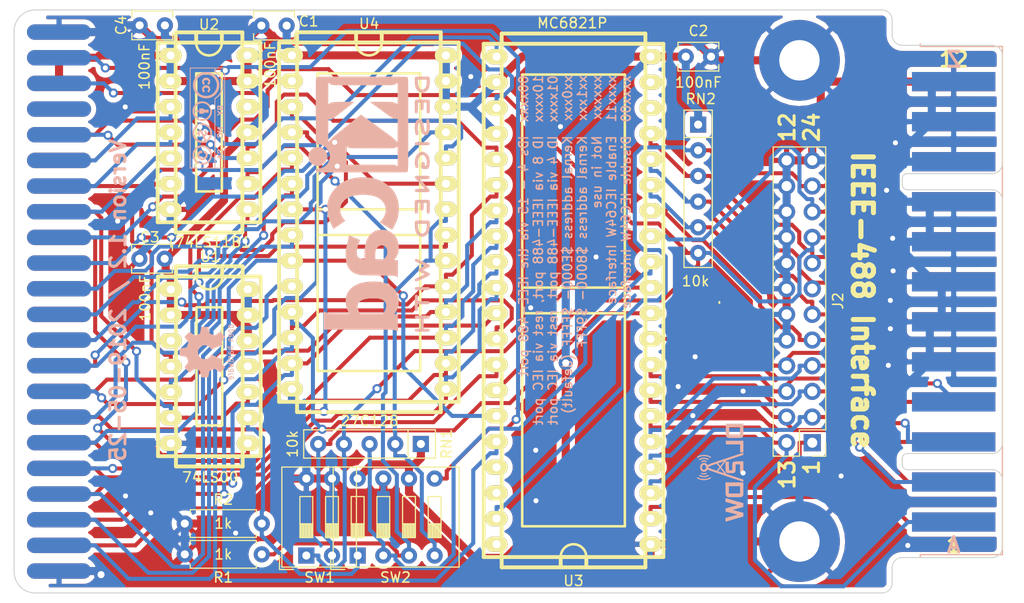
<source format=kicad_pcb>
(kicad_pcb (version 20171130) (host pcbnew "(5.1.2-1)-1")
  (title_block (title "IEEE-488 Interface (IEC64)") (date 2019-05-25) (rev 1.2) (company "Dirk Wouters, DL2DW"))
  (layers (0 F.Cu signal) (31 B.Cu signal) (34 B.Paste user) (35 F.Paste user) (36 B.SilkS user) (37 F.SilkS user) (38 B.Mask user) (39 F.Mask user) (44 Edge.Cuts user))
  (net 0 "")
  (net 1 GND)
  (net 2 /A3)
  (net 3 /A2)
  (net 4 /A1)
  (net 5 /A0)
  (net 6 A13)
  (net 7 /~DIO1)
  (net 8 /~DIO2)
  (net 9 /~DIO3)
  (net 10 /~DIO4)
  (net 11 /~EOI)
  (net 12 /~DAV)
  (net 13 /~NRFD)
  (net 14 /~NDAC)
  (net 15 ~RESET)
  (net 16 /~SRQ)
  (net 17 /~DIO5)
  (net 18 /~DIO6)
  (net 19 /~DIO7)
  (net 20 /~DIO8)
  (net 21 /PHI2)
  (net 22 /~ROMH)
  (net 23 /A10)
  (net 24 /A11)
  (net 25 A15)
  (net 26 /A7)
  (net 27 /A6)
  (net 28 /A9)
  (net 29 A14)
  (net 30 /A4)
  (net 31 /A12)
  (net 32 /A8)
  (net 33 /A5)
  (net 34 /R~W)
  (net 35 /~IO1)
  (net 36 /~GAME)
  (net 37 /~EXROM)
  (net 38 /D0)
  (net 39 /D1)
  (net 40 /D2)
  (net 41 /D3)
  (net 42 /D4)
  (net 43 /D5)
  (net 44 /D6)
  (net 45 /D7)
  (net 46 "Net-(R1-Pad2)")
  (net 47 "Net-(U1-Pad4)")
  (net 48 "Net-(U1-Pad5)")
  (net 49 /~ATN)
  (net 50 "Net-(R2-Pad2)")
  (net 51 "Net-(RN1-Pad2)")
  (net 52 "Net-(RN1-Pad3)")
  (net 53 "Net-(RN1-Pad4)")
  (net 54 "Net-(RN1-Pad5)")
  (net 55 +5V)
  (module w_logo:Logo_silk_OSHW_6x6mm (layer B.Cu) (at 115.5192 99.3648 270)
    (fp_text reference M4 hide)
    (fp_text value SUNLOGO hide)
  )
  (module w_logo:Logo_silk_CC-BY-NC-SA_10x3.6mm (layer B.Cu) (at 116.0272 76.2 270)
    (fp_text reference M3 hide)
    (fp_text value SUNLOGO hide)
  )
  (module DL2DW:DL2DW_Logo_Silk_10x5mm (layer B.Cu) (at 166.9796 111.4552 270)
    (fp_text reference M2 hide)
    (fp_text value SUNLOGO hide)
  )
  (module "DL2DW:Expansion Port Edge Connector" (layer F.Cu) (at 96.876 94.361 270)
    (fp_text reference J1 hide)
    (fp_text value "Expansion Connector" hide)
    (pad E smd oval (at -16.51 -4.4704 90) (size 1.524 6.35) (layers B.Cu B.Mask) (net 21 /PHI2))
    (pad D smd oval (at -19.05 -4.4704 90) (size 1.524 6.35) (layers B.Cu B.Mask))
    (pad B smd oval (at -24.13 -4.4704 90) (size 1.524 6.35) (layers B.Cu B.Mask) (net 22 /~ROMH))
    (pad W smd oval (at 19.05 -4.4704 90) (size 1.524 6.35) (layers B.Cu B.Mask) (net 3 /A2))
    (pad C smd oval (at -21.59 -4.4704 90) (size 1.524 6.35) (layers B.Cu B.Mask) (net 15 ~RESET))
    (pad Y smd oval (at 24.13 -4.4704 90) (size 1.524 6.35) (layers B.Cu B.Mask) (net 5 /A0))
    (pad M smd oval (at -1.27 -4.4704 90) (size 1.524 6.35) (layers B.Cu B.Mask) (net 23 /A10))
    (pad L smd oval (at -3.81 -4.4704 90) (size 1.524 6.35) (layers B.Cu B.Mask) (net 24 /A11))
    (pad F smd oval (at -13.97 -4.4704 90) (size 1.524 6.35) (layers B.Cu B.Mask) (net 25 A15))
    (pad R smd oval (at 6.35 -4.4704 90) (size 1.524 6.35) (layers B.Cu B.Mask) (net 26 /A7))
    (pad S smd oval (at 8.89 -4.4704 90) (size 1.524 6.35) (layers B.Cu B.Mask) (net 27 /A6))
    (pad N smd oval (at 1.27 -4.4704 90) (size 1.524 6.35) (layers B.Cu B.Mask) (net 28 /A9))
    (pad H smd oval (at -11.43 -4.4704 90) (size 1.524 6.35) (layers B.Cu B.Mask) (net 29 A14))
    (pad U smd oval (at 13.97 -4.4704 90) (size 1.524 6.35) (layers B.Cu B.Mask) (net 30 /A4))
    (pad A smd oval (at -26.67 -4.4704 90) (size 1.524 6.35) (layers B.Cu B.Mask) (net 1 GND))
    (pad K smd oval (at -6.35 -4.4704 90) (size 1.524 6.35) (layers B.Cu B.Mask) (net 31 /A12))
    (pad V smd oval (at 16.51 -4.4704 90) (size 1.524 6.35) (layers B.Cu B.Mask) (net 2 /A3))
    (pad P smd oval (at 3.81 -4.4704 90) (size 1.524 6.35) (layers B.Cu B.Mask) (net 32 /A8))
    (pad X smd oval (at 21.59 -4.4704 90) (size 1.524 6.35) (layers B.Cu B.Mask) (net 4 /A1))
    (pad T smd oval (at 11.43 -4.4704 90) (size 1.524 6.35) (layers B.Cu B.Mask) (net 33 /A5))
    (pad J smd oval (at -8.89 -4.4704 90) (size 1.524 6.35) (layers B.Cu B.Mask) (net 6 A13))
    (pad Z smd oval (at 26.67 -4.4704 90) (size 1.524 6.35) (layers B.Cu B.Mask) (net 1 GND))
    (pad 1 smd oval (at -26.67 -4.4704 90) (size 1.524 6.35) (layers F.Cu F.Mask) (net 1 GND))
    (pad 2 smd oval (at -24.13 -4.4704 90) (size 1.524 6.35) (layers F.Cu F.Mask) (net 55 +5V))
    (pad 3 smd oval (at -21.59 -4.4704 90) (size 1.524 6.35) (layers F.Cu F.Mask) (net 55 +5V))
    (pad 4 smd oval (at -19.05 -4.4704 90) (size 1.524 6.35) (layers F.Cu F.Mask))
    (pad 5 smd oval (at -16.51 -4.4704 90) (size 1.524 6.35) (layers F.Cu F.Mask) (net 34 /R~W))
    (pad 6 smd oval (at -13.97 -4.4704 90) (size 1.524 6.35) (layers F.Cu F.Mask))
    (pad 7 smd oval (at -11.43 -4.4704 90) (size 1.524 6.35) (layers F.Cu F.Mask) (net 35 /~IO1))
    (pad 8 smd oval (at -8.89 -4.4704 90) (size 1.524 6.35) (layers F.Cu F.Mask) (net 36 /~GAME))
    (pad 9 smd oval (at -6.35 -4.4704 90) (size 1.524 6.35) (layers F.Cu F.Mask) (net 37 /~EXROM))
    (pad 10 smd oval (at -3.81 -4.4704 90) (size 1.524 6.35) (layers F.Cu F.Mask))
    (pad 22 smd oval (at 26.67 -4.4704 90) (size 1.524 6.35) (layers F.Cu F.Mask) (net 1 GND))
    (pad 21 smd oval (at 24.13 -4.4704 90) (size 1.524 6.35) (layers F.Cu F.Mask) (net 38 /D0))
    (pad 20 smd oval (at 21.59 -4.4704 90) (size 1.524 6.35) (layers F.Cu F.Mask) (net 39 /D1))
    (pad 19 smd oval (at 19.05 -4.4704 90) (size 1.524 6.35) (layers F.Cu F.Mask) (net 40 /D2))
    (pad 18 smd oval (at 16.51 -4.4704 90) (size 1.524 6.35) (layers F.Cu F.Mask) (net 41 /D3))
    (pad 17 smd oval (at 13.97 -4.4704 90) (size 1.524 6.35) (layers F.Cu F.Mask) (net 42 /D4))
    (pad 16 smd oval (at 11.43 -4.4704 90) (size 1.524 6.35) (layers F.Cu F.Mask) (net 43 /D5))
    (pad 15 smd oval (at 8.89 -4.4704 90) (size 1.524 6.35) (layers F.Cu F.Mask) (net 44 /D6))
    (pad 14 smd oval (at 6.35 -4.4704 90) (size 1.524 6.35) (layers F.Cu F.Mask) (net 45 /D7))
    (pad 13 smd oval (at 3.81 -4.4704 90) (size 1.524 6.35) (layers F.Cu F.Mask))
    (pad 12 smd oval (at 1.27 -4.4704 90) (size 1.524 6.35) (layers F.Cu F.Mask))
    (pad 11 smd oval (at -1.27 -4.4704 90) (size 1.524 6.35) (layers F.Cu F.Mask))
  )
  (module Capacitor_THT:C_Disc_D3.8mm_W2.6mm_P2.50mm (layer F.Cu) (at 123.875 67.05 180)
    (fp_text reference C1 (at -2.175 0.425 180) (layer F.SilkS))
    (fp_text value 100nF (at 1.625 -3.9 270) (layer F.SilkS))
    (pad 1 thru_hole circle (at 0 0 180) (size 1.6 1.6) (drill 0.8) (layers *.Cu *.Mask) (net 55 +5V))
    (pad 2 thru_hole circle (at 2.5 0 180) (size 1.6 1.6) (drill 0.8) (layers *.Cu *.Mask) (net 1 GND))
  )
  (module Capacitor_THT:C_Disc_D3.8mm_W2.6mm_P2.50mm (layer F.Cu) (at 163.375 70.125)
    (fp_text reference C2 (at 1.25 -2.55) (layer F.SilkS))
    (fp_text value 100nF (at 1.25 2.55) (layer F.SilkS))
    (pad 2 thru_hole circle (at 2.5 0) (size 1.6 1.6) (drill 0.8) (layers *.Cu *.Mask) (net 1 GND))
    (pad 1 thru_hole circle (at 0 0) (size 1.6 1.6) (drill 0.8) (layers *.Cu *.Mask) (net 55 +5V))
  )
  (module Capacitor_THT:C_Disc_D3.8mm_W2.6mm_P2.50mm (layer F.Cu) (at 111.8 90.125 180)
    (fp_text reference C3 (at 1.475 2.125) (layer F.SilkS))
    (fp_text value 100nF (at 1.925 -3.9 270) (layer F.SilkS))
    (pad 1 thru_hole circle (at 0 0 180) (size 1.6 1.6) (drill 0.8) (layers *.Cu *.Mask) (net 55 +5V))
    (pad 2 thru_hole circle (at 2.5 0 180) (size 1.6 1.6) (drill 0.8) (layers *.Cu *.Mask) (net 1 GND))
  )
  (module Capacitor_THT:C_Disc_D3.8mm_W2.6mm_P2.50mm (layer F.Cu) (at 111.825 67.025 180)
    (fp_text reference C4 (at 4.33 0 -90) (layer F.SilkS))
    (fp_text value 100nF (at 2.025 -4.075 270) (layer F.SilkS))
    (pad 2 thru_hole circle (at 2.5 0 180) (size 1.6 1.6) (drill 0.8) (layers *.Cu *.Mask) (net 1 GND))
    (pad 1 thru_hole circle (at 0 0 180) (size 1.6 1.6) (drill 0.8) (layers *.Cu *.Mask) (net 55 +5V))
  )
  (module DL2DW:con-edge-156-MA12-2 (layer F.Cu) (at 189.636 94.8944 90)
    (fp_text reference CN1 hide)
    (fp_text value "IEEE-488 EDGE Connector" hide)
    (pad 1 smd rect (at -21.2852 0.254 90) (size 1.905 8.255) (layers F.Cu F.Mask) (net 7 /~DIO1))
    (pad 2 smd rect (at -17.3228 0.254 90) (size 1.905 8.255) (layers F.Cu F.Mask) (net 8 /~DIO2))
    (pad 3 smd rect (at -13.3604 0.254 90) (size 1.905 8.255) (layers F.Cu F.Mask) (net 9 /~DIO3))
    (pad 4 smd rect (at -9.398 0.254 90) (size 1.905 8.255) (layers F.Cu F.Mask) (net 10 /~DIO4))
    (pad 5 smd rect (at -5.4356 0.254 90) (size 1.905 8.255) (layers F.Cu F.Mask) (net 11 /~EOI))
    (pad 6 smd rect (at -1.4732 0.254 90) (size 1.905 8.255) (layers F.Cu F.Mask) (net 12 /~DAV))
    (pad 7 smd rect (at 2.4892 0.254 90) (size 1.905 8.255) (layers F.Cu F.Mask) (net 13 /~NRFD))
    (pad 8 smd rect (at 6.4516 0.254 90) (size 1.905 8.255) (layers F.Cu F.Mask) (net 14 /~NDAC))
    (pad 9 smd rect (at 10.414 0.254 90) (size 1.905 8.255) (layers F.Cu F.Mask) (net 15 ~RESET))
    (pad 10 smd rect (at 14.37386 0.254 90) (size 1.905 8.255) (layers F.Cu F.Mask) (net 16 /~SRQ))
    (pad 11 smd rect (at 18.3388 0.254 90) (size 1.905 8.255) (layers F.Cu F.Mask) (net 49 /~ATN))
    (pad 12 smd rect (at 22.3012 0.254 90) (size 1.905 8.255) (layers F.Cu F.Mask) (net 1 GND))
    (pad A smd rect (at -21.2852 0.254 90) (size 1.905 8.255) (layers B.Cu B.Mask) (net 17 /~DIO5))
    (pad B smd rect (at -17.3228 0.254 90) (size 1.905 8.255) (layers B.Cu B.Mask) (net 18 /~DIO6))
    (pad C smd rect (at -13.3604 0.254 90) (size 1.905 8.255) (layers B.Cu B.Mask) (net 19 /~DIO7))
    (pad D smd rect (at -9.398 0.254 90) (size 1.905 8.255) (layers B.Cu B.Mask) (net 20 /~DIO8))
    (pad E smd rect (at -5.4356 0.254 90) (size 1.905 8.255) (layers B.Cu B.Mask) (net 1 GND))
    (pad F smd rect (at -1.4732 0.254 90) (size 1.905 8.255) (layers B.Cu B.Mask) (net 1 GND))
    (pad H smd rect (at 2.4892 0.254 90) (size 1.905 8.255) (layers B.Cu B.Mask) (net 1 GND))
    (pad J smd rect (at 6.4516 0.254 90) (size 1.905 8.255) (layers B.Cu B.Mask) (net 1 GND))
    (pad K smd rect (at 10.414 0.254 90) (size 1.905 8.255) (layers B.Cu B.Mask) (net 1 GND))
    (pad L smd rect (at 14.37386 0.254 90) (size 1.905 8.255) (layers B.Cu B.Mask) (net 1 GND))
    (pad M smd rect (at 18.3388 0.254 90) (size 1.905 8.255) (layers B.Cu B.Mask) (net 1 GND))
    (pad N smd rect (at 22.3012 0.254 90) (size 1.905 8.255) (layers B.Cu B.Mask) (net 1 GND))
  )
  (module DL2DW:PinHeader_2x12_P2.54mm_Top_Bottom_Vertical_Mirror (layer F.Cu) (at 175.895 108.331 180)
    (fp_text reference J2 (at -2.55 14.028 270) (layer F.SilkS))
    (fp_text value "IEEE-488 Connector" hide)
    (pad 24 thru_hole oval (at 2.54 27.94 180) (size 1.7 1.7) (drill 1) (layers *.Cu *.Mask) (net 1 GND))
    (pad 12 thru_hole oval (at 0 27.94 180) (size 1.7 1.7) (drill 1) (layers *.Cu *.Mask) (net 1 GND))
    (pad 23 thru_hole oval (at 2.54 25.4 180) (size 1.7 1.7) (drill 1) (layers *.Cu *.Mask) (net 1 GND))
    (pad 11 thru_hole oval (at 0 25.4 180) (size 1.7 1.7) (drill 1) (layers *.Cu *.Mask) (net 49 /~ATN))
    (pad 22 thru_hole oval (at 2.54 22.86 180) (size 1.7 1.7) (drill 1) (layers *.Cu *.Mask) (net 1 GND))
    (pad 10 thru_hole oval (at 0 22.86 180) (size 1.7 1.7) (drill 1) (layers *.Cu *.Mask) (net 16 /~SRQ))
    (pad 21 thru_hole oval (at 2.54 20.32 180) (size 1.7 1.7) (drill 1) (layers *.Cu *.Mask) (net 1 GND))
    (pad 9 thru_hole oval (at 0 20.32 180) (size 1.7 1.7) (drill 1) (layers *.Cu *.Mask) (net 15 ~RESET))
    (pad 20 thru_hole oval (at 2.54 17.78 180) (size 1.7 1.7) (drill 1) (layers *.Cu *.Mask) (net 1 GND))
    (pad 8 thru_hole oval (at 0 17.78 180) (size 1.7 1.7) (drill 1) (layers *.Cu *.Mask) (net 14 /~NDAC))
    (pad 19 thru_hole oval (at 2.54 15.24 180) (size 1.7 1.7) (drill 1) (layers *.Cu *.Mask) (net 1 GND))
    (pad 7 thru_hole oval (at 0 15.24 180) (size 1.7 1.7) (drill 1) (layers *.Cu *.Mask) (net 13 /~NRFD))
    (pad 18 thru_hole oval (at 2.54 12.7 180) (size 1.7 1.7) (drill 1) (layers *.Cu *.Mask) (net 1 GND))
    (pad 6 thru_hole oval (at 0 12.7 180) (size 1.7 1.7) (drill 1) (layers *.Cu *.Mask) (net 12 /~DAV))
    (pad 17 thru_hole oval (at 2.54 10.16 180) (size 1.7 1.7) (drill 1) (layers *.Cu *.Mask) (net 1 GND))
    (pad 5 thru_hole oval (at 0 10.16 180) (size 1.7 1.7) (drill 1) (layers *.Cu *.Mask) (net 11 /~EOI))
    (pad 16 thru_hole oval (at 2.54 7.62 180) (size 1.7 1.7) (drill 1) (layers *.Cu *.Mask) (net 20 /~DIO8))
    (pad 4 thru_hole oval (at 0 7.62 180) (size 1.7 1.7) (drill 1) (layers *.Cu *.Mask) (net 10 /~DIO4))
    (pad 15 thru_hole oval (at 2.54 5.08 180) (size 1.7 1.7) (drill 1) (layers *.Cu *.Mask) (net 19 /~DIO7))
    (pad 3 thru_hole oval (at 0 5.08 180) (size 1.7 1.7) (drill 1) (layers *.Cu *.Mask) (net 9 /~DIO3))
    (pad 14 thru_hole oval (at 2.54 2.54 180) (size 1.7 1.7) (drill 1) (layers *.Cu *.Mask) (net 18 /~DIO6))
    (pad 2 thru_hole oval (at 0 2.54 180) (size 1.7 1.7) (drill 1) (layers *.Cu *.Mask) (net 8 /~DIO2))
    (pad 13 thru_hole oval (at 2.54 0 180) (size 1.7 1.7) (drill 1) (layers *.Cu *.Mask) (net 17 /~DIO5))
    (pad 1 thru_hole rect (at 0 0 180) (size 1.7 1.7) (drill 1) (layers *.Cu *.Mask) (net 7 /~DIO1))
  )
  (module Button_Switch_THT:SW_DIP_SPSTx02_Slide_9.78x7.26mm_W7.62mm_P2.54mm (layer F.Cu) (at 125.822 119.498 90)
    (fp_text reference SW1 (at -2.168 1.32) (layer F.SilkS))
    (fp_text value SW_DIP_x02 hide)
    (pad 1 thru_hole rect (at 0 0 90) (size 1.6 1.6) (drill 0.8) (layers *.Cu *.Mask) (net 53 "Net-(RN1-Pad4)"))
    (pad 3 thru_hole oval (at 7.62 2.54 90) (size 1.6 1.6) (drill 0.8) (layers *.Cu *.Mask) (net 1 GND))
    (pad 2 thru_hole oval (at 0 2.54 90) (size 1.6 1.6) (drill 0.8) (layers *.Cu *.Mask) (net 54 "Net-(RN1-Pad5)"))
    (pad 4 thru_hole oval (at 7.62 0 90) (size 1.6 1.6) (drill 0.8) (layers *.Cu *.Mask) (net 1 GND))
  )
  (module Button_Switch_THT:SW_DIP_SPSTx04_Slide_9.78x12.34mm_W7.62mm_P2.54mm (layer F.Cu) (at 130.902 119.498 90)
    (fp_text reference SW2 (at -2.168 3.74) (layer F.SilkS))
    (fp_text value SW_DIP_x04 hide)
    (pad 1 thru_hole rect (at 0 0 90) (size 1.6 1.6) (drill 0.8) (layers *.Cu *.Mask) (net 50 "Net-(R2-Pad2)"))
    (pad 5 thru_hole oval (at 7.62 7.62 90) (size 1.6 1.6) (drill 0.8) (layers *.Cu *.Mask) (net 22 /~ROMH))
    (pad 2 thru_hole oval (at 0 2.54 90) (size 1.6 1.6) (drill 0.8) (layers *.Cu *.Mask) (net 52 "Net-(RN1-Pad3)"))
    (pad 6 thru_hole oval (at 7.62 5.08 90) (size 1.6 1.6) (drill 0.8) (layers *.Cu *.Mask) (net 55 +5V))
    (pad 3 thru_hole oval (at 0 5.08 90) (size 1.6 1.6) (drill 0.8) (layers *.Cu *.Mask) (net 46 "Net-(R1-Pad2)"))
    (pad 7 thru_hole oval (at 7.62 2.54 90) (size 1.6 1.6) (drill 0.8) (layers *.Cu *.Mask) (net 1 GND))
    (pad 4 thru_hole oval (at 0 7.62 90) (size 1.6 1.6) (drill 0.8) (layers *.Cu *.Mask) (net 51 "Net-(RN1-Pad2)"))
    (pad 8 thru_hole oval (at 7.62 0 90) (size 1.6 1.6) (drill 0.8) (layers *.Cu *.Mask) (net 55 +5V))
  )
  (module w_pth_circuits:dil_14-300_socket (layer F.Cu) (at 116.222 100.774 270)
    (fp_text reference U1 (at -10.858 -0.098) (layer F.SilkS))
    (fp_text value 74LS00 (at 10.986 -0.098) (layer F.SilkS))
    (pad 1 thru_hole oval (at -7.62 3.81 270) (size 1.5 2.2) (drill 0.8) (layers *.Cu *.Mask F.SilkS) (net 55 +5V))
    (pad 2 thru_hole oval (at -5.08 3.81 270) (size 1.5 2.2) (drill 0.8) (layers *.Cu *.Mask F.SilkS) (net 55 +5V))
    (pad 3 thru_hole oval (at -2.54 3.81 270) (size 1.5 2.2) (drill 0.8) (layers *.Cu *.Mask F.SilkS))
    (pad 4 thru_hole oval (at 0 3.81 270) (size 1.5 2.2) (drill 0.8) (layers *.Cu *.Mask F.SilkS) (net 47 "Net-(U1-Pad4)"))
    (pad 5 thru_hole oval (at 2.54 3.81 270) (size 1.5 2.2) (drill 0.8) (layers *.Cu *.Mask F.SilkS) (net 48 "Net-(U1-Pad5)"))
    (pad 6 thru_hole oval (at 5.08 3.81 270) (size 1.5 2.2) (drill 0.8) (layers *.Cu *.Mask F.SilkS) (net 36 /~GAME))
    (pad 7 thru_hole oval (at 7.62 3.81 270) (size 1.5 2.2) (drill 0.8) (layers *.Cu *.Mask F.SilkS) (net 1 GND))
    (pad 8 thru_hole oval (at 7.62 -3.81 270) (size 1.5 2.2) (drill 0.8) (layers *.Cu *.Mask F.SilkS) (net 37 /~EXROM))
    (pad 9 thru_hole oval (at 5.08 -3.81 270) (size 1.5 2.2) (drill 0.8) (layers *.Cu *.Mask F.SilkS) (net 50 "Net-(R2-Pad2)"))
    (pad 10 thru_hole oval (at 2.54 -3.81 270) (size 1.5 2.2) (drill 0.8) (layers *.Cu *.Mask F.SilkS) (net 36 /~GAME))
    (pad 11 thru_hole oval (at 0 -3.81 270) (size 1.5 2.2) (drill 0.8) (layers *.Cu *.Mask F.SilkS))
    (pad 12 thru_hole oval (at -2.54 -3.81 270) (size 1.5 2.2) (drill 0.8) (layers *.Cu *.Mask F.SilkS) (net 55 +5V))
    (pad 13 thru_hole oval (at -5.08 -3.81 270) (size 1.5 2.2) (drill 0.8) (layers *.Cu *.Mask F.SilkS) (net 55 +5V))
    (pad 14 thru_hole oval (at -7.62 -3.81 270) (size 1.5 2.2) (drill 0.8) (layers *.Cu *.Mask F.SilkS) (net 55 +5V))
  )
  (module w_pth_circuits:dil_14-300_socket (layer F.Cu) (at 116.192 77.622 270)
    (fp_text reference U2 (at -10.68 0) (layer F.SilkS))
    (fp_text value T74LS11B1 (at 10.87 0) (layer F.SilkS))
    (pad 14 thru_hole oval (at -7.62 -3.81 270) (size 1.5 2.2) (drill 0.8) (layers *.Cu *.Mask F.SilkS) (net 55 +5V))
    (pad 13 thru_hole oval (at -5.08 -3.81 270) (size 1.5 2.2) (drill 0.8) (layers *.Cu *.Mask F.SilkS) (net 55 +5V))
    (pad 12 thru_hole oval (at -2.54 -3.81 270) (size 1.5 2.2) (drill 0.8) (layers *.Cu *.Mask F.SilkS))
    (pad 11 thru_hole oval (at 0 -3.81 270) (size 1.5 2.2) (drill 0.8) (layers *.Cu *.Mask F.SilkS) (net 55 +5V))
    (pad 10 thru_hole oval (at 2.54 -3.81 270) (size 1.5 2.2) (drill 0.8) (layers *.Cu *.Mask F.SilkS) (net 21 /PHI2))
    (pad 9 thru_hole oval (at 5.08 -3.81 270) (size 1.5 2.2) (drill 0.8) (layers *.Cu *.Mask F.SilkS) (net 46 "Net-(R1-Pad2)"))
    (pad 8 thru_hole oval (at 7.62 -3.81 270) (size 1.5 2.2) (drill 0.8) (layers *.Cu *.Mask F.SilkS) (net 48 "Net-(U1-Pad5)"))
    (pad 7 thru_hole oval (at 7.62 3.81 270) (size 1.5 2.2) (drill 0.8) (layers *.Cu *.Mask F.SilkS) (net 1 GND))
    (pad 6 thru_hole oval (at 5.08 3.81 270) (size 1.5 2.2) (drill 0.8) (layers *.Cu *.Mask F.SilkS) (net 47 "Net-(U1-Pad4)"))
    (pad 5 thru_hole oval (at 2.54 3.81 270) (size 1.5 2.2) (drill 0.8) (layers *.Cu *.Mask F.SilkS) (net 6 A13))
    (pad 4 thru_hole oval (at 0 3.81 270) (size 1.5 2.2) (drill 0.8) (layers *.Cu *.Mask F.SilkS) (net 29 A14))
    (pad 3 thru_hole oval (at -2.54 3.81 270) (size 1.5 2.2) (drill 0.8) (layers *.Cu *.Mask F.SilkS) (net 25 A15))
    (pad 2 thru_hole oval (at -5.08 3.81 270) (size 1.5 2.2) (drill 0.8) (layers *.Cu *.Mask F.SilkS) (net 55 +5V))
    (pad 1 thru_hole oval (at -7.62 3.81 270) (size 1.5 2.2) (drill 0.8) (layers *.Cu *.Mask F.SilkS) (net 55 +5V))
  )
  (module w_pth_circuits:dil_40-600_socket (layer F.Cu) (at 152.266 94.25 90)
    (fp_text reference U3 (at -27.75 0 180) (layer F.SilkS))
    (fp_text value MC6821P (at 27.448 -0.12 180) (layer F.SilkS))
    (pad 1 thru_hole oval (at -24.13 7.62 90) (size 1.5 2.2) (drill 0.8) (layers *.Cu *.Mask F.SilkS) (net 1 GND))
    (pad 2 thru_hole oval (at -21.59 7.62 90) (size 1.5 2.2) (drill 0.8) (layers *.Cu *.Mask F.SilkS) (net 7 /~DIO1))
    (pad 3 thru_hole oval (at -19.05 7.62 90) (size 1.5 2.2) (drill 0.8) (layers *.Cu *.Mask F.SilkS) (net 8 /~DIO2))
    (pad 4 thru_hole oval (at -16.51 7.62 90) (size 1.5 2.2) (drill 0.8) (layers *.Cu *.Mask F.SilkS) (net 9 /~DIO3))
    (pad 5 thru_hole oval (at -13.97 7.62 90) (size 1.5 2.2) (drill 0.8) (layers *.Cu *.Mask F.SilkS) (net 10 /~DIO4))
    (pad 6 thru_hole oval (at -11.43 7.62 90) (size 1.5 2.2) (drill 0.8) (layers *.Cu *.Mask F.SilkS) (net 17 /~DIO5))
    (pad 7 thru_hole oval (at -8.89 7.62 90) (size 1.5 2.2) (drill 0.8) (layers *.Cu *.Mask F.SilkS) (net 18 /~DIO6))
    (pad 8 thru_hole oval (at -6.35 7.62 90) (size 1.5 2.2) (drill 0.8) (layers *.Cu *.Mask F.SilkS) (net 19 /~DIO7))
    (pad 9 thru_hole oval (at -3.81 7.62 90) (size 1.5 2.2) (drill 0.8) (layers *.Cu *.Mask F.SilkS) (net 20 /~DIO8))
    (pad 10 thru_hole oval (at -1.27 7.62 90) (size 1.5 2.2) (drill 0.8) (layers *.Cu *.Mask F.SilkS) (net 54 "Net-(RN1-Pad5)"))
    (pad 11 thru_hole oval (at 1.27 7.62 90) (size 1.5 2.2) (drill 0.8) (layers *.Cu *.Mask F.SilkS) (net 53 "Net-(RN1-Pad4)"))
    (pad 12 thru_hole oval (at 3.81 7.62 90) (size 1.5 2.2) (drill 0.8) (layers *.Cu *.Mask F.SilkS) (net 52 "Net-(RN1-Pad3)"))
    (pad 13 thru_hole oval (at 6.35 7.62 90) (size 1.5 2.2) (drill 0.8) (layers *.Cu *.Mask F.SilkS) (net 16 /~SRQ))
    (pad 14 thru_hole oval (at 8.89 7.62 90) (size 1.5 2.2) (drill 0.8) (layers *.Cu *.Mask F.SilkS) (net 11 /~EOI))
    (pad 15 thru_hole oval (at 11.43 7.62 90) (size 1.5 2.2) (drill 0.8) (layers *.Cu *.Mask F.SilkS) (net 12 /~DAV))
    (pad 16 thru_hole oval (at 13.97 7.62 90) (size 1.5 2.2) (drill 0.8) (layers *.Cu *.Mask F.SilkS) (net 13 /~NRFD))
    (pad 17 thru_hole oval (at 16.51 7.62 90) (size 1.5 2.2) (drill 0.8) (layers *.Cu *.Mask F.SilkS) (net 14 /~NDAC))
    (pad 18 thru_hole oval (at 19.05 7.62 90) (size 1.5 2.2) (drill 0.8) (layers *.Cu *.Mask F.SilkS))
    (pad 19 thru_hole oval (at 21.59 7.62 90) (size 1.5 2.2) (drill 0.8) (layers *.Cu *.Mask F.SilkS))
    (pad 20 thru_hole oval (at 24.13 7.62 90) (size 1.5 2.2) (drill 0.8) (layers *.Cu *.Mask F.SilkS) (net 55 +5V))
    (pad 21 thru_hole oval (at 24.13 -7.62 90) (size 1.5 2.2) (drill 0.8) (layers *.Cu *.Mask F.SilkS) (net 34 /R~W))
    (pad 22 thru_hole oval (at 21.59 -7.62 90) (size 1.5 2.2) (drill 0.8) (layers *.Cu *.Mask F.SilkS) (net 55 +5V))
    (pad 23 thru_hole oval (at 19.05 -7.62 90) (size 1.5 2.2) (drill 0.8) (layers *.Cu *.Mask F.SilkS) (net 35 /~IO1))
    (pad 24 thru_hole oval (at 16.51 -7.62 90) (size 1.5 2.2) (drill 0.8) (layers *.Cu *.Mask F.SilkS) (net 55 +5V))
    (pad 25 thru_hole oval (at 13.97 -7.62 90) (size 1.5 2.2) (drill 0.8) (layers *.Cu *.Mask F.SilkS) (net 21 /PHI2))
    (pad 26 thru_hole oval (at 11.43 -7.62 90) (size 1.5 2.2) (drill 0.8) (layers *.Cu *.Mask F.SilkS) (net 45 /D7))
    (pad 27 thru_hole oval (at 8.89 -7.62 90) (size 1.5 2.2) (drill 0.8) (layers *.Cu *.Mask F.SilkS) (net 44 /D6))
    (pad 28 thru_hole oval (at 6.35 -7.62 90) (size 1.5 2.2) (drill 0.8) (layers *.Cu *.Mask F.SilkS) (net 43 /D5))
    (pad 29 thru_hole oval (at 3.81 -7.62 90) (size 1.5 2.2) (drill 0.8) (layers *.Cu *.Mask F.SilkS) (net 42 /D4))
    (pad 30 thru_hole oval (at 1.27 -7.62 90) (size 1.5 2.2) (drill 0.8) (layers *.Cu *.Mask F.SilkS) (net 41 /D3))
    (pad 31 thru_hole oval (at -1.27 -7.62 90) (size 1.5 2.2) (drill 0.8) (layers *.Cu *.Mask F.SilkS) (net 40 /D2))
    (pad 32 thru_hole oval (at -3.81 -7.62 90) (size 1.5 2.2) (drill 0.8) (layers *.Cu *.Mask F.SilkS) (net 39 /D1))
    (pad 33 thru_hole oval (at -6.35 -7.62 90) (size 1.5 2.2) (drill 0.8) (layers *.Cu *.Mask F.SilkS) (net 38 /D0))
    (pad 34 thru_hole oval (at -8.89 -7.62 90) (size 1.5 2.2) (drill 0.8) (layers *.Cu *.Mask F.SilkS) (net 15 ~RESET))
    (pad 35 thru_hole oval (at -11.43 -7.62 90) (size 1.5 2.2) (drill 0.8) (layers *.Cu *.Mask F.SilkS) (net 4 /A1))
    (pad 36 thru_hole oval (at -13.97 -7.62 90) (size 1.5 2.2) (drill 0.8) (layers *.Cu *.Mask F.SilkS) (net 5 /A0))
    (pad 37 thru_hole oval (at -16.51 -7.62 90) (size 1.5 2.2) (drill 0.8) (layers *.Cu *.Mask F.SilkS))
    (pad 38 thru_hole oval (at -19.05 -7.62 90) (size 1.5 2.2) (drill 0.8) (layers *.Cu *.Mask F.SilkS))
    (pad 39 thru_hole oval (at -21.59 -7.62 90) (size 1.5 2.2) (drill 0.8) (layers *.Cu *.Mask F.SilkS) (net 49 /~ATN))
    (pad 40 thru_hole oval (at -24.13 -7.62 90) (size 1.5 2.2) (drill 0.8) (layers *.Cu *.Mask F.SilkS))
  )
  (module w_pth_circuits:dil_28-600_socket (layer F.Cu) (at 132.016 86.506 270)
    (fp_text reference U4 (at -19.64 -0.02) (layer F.SilkS))
    (fp_text value 27C128 (at 19.666 -0.064) (layer F.SilkS))
    (pad 1 thru_hole oval (at -16.51 7.62 270) (size 1.5 2.2) (drill 0.8) (layers *.Cu *.Mask F.SilkS) (net 55 +5V))
    (pad 2 thru_hole oval (at -13.97 7.62 270) (size 1.5 2.2) (drill 0.8) (layers *.Cu *.Mask F.SilkS) (net 31 /A12))
    (pad 3 thru_hole oval (at -11.43 7.62 270) (size 1.5 2.2) (drill 0.8) (layers *.Cu *.Mask F.SilkS) (net 26 /A7))
    (pad 4 thru_hole oval (at -8.89 7.62 270) (size 1.5 2.2) (drill 0.8) (layers *.Cu *.Mask F.SilkS) (net 27 /A6))
    (pad 5 thru_hole oval (at -6.35 7.62 270) (size 1.5 2.2) (drill 0.8) (layers *.Cu *.Mask F.SilkS) (net 33 /A5))
    (pad 6 thru_hole oval (at -3.81 7.62 270) (size 1.5 2.2) (drill 0.8) (layers *.Cu *.Mask F.SilkS) (net 30 /A4))
    (pad 7 thru_hole oval (at -1.27 7.62 270) (size 1.5 2.2) (drill 0.8) (layers *.Cu *.Mask F.SilkS) (net 2 /A3))
    (pad 8 thru_hole oval (at 1.27 7.62 270) (size 1.5 2.2) (drill 0.8) (layers *.Cu *.Mask F.SilkS) (net 3 /A2))
    (pad 9 thru_hole oval (at 3.81 7.62 270) (size 1.5 2.2) (drill 0.8) (layers *.Cu *.Mask F.SilkS) (net 4 /A1))
    (pad 10 thru_hole oval (at 6.35 7.62 270) (size 1.5 2.2) (drill 0.8) (layers *.Cu *.Mask F.SilkS) (net 5 /A0))
    (pad 11 thru_hole oval (at 8.89 7.62 270) (size 1.5 2.2) (drill 0.8) (layers *.Cu *.Mask F.SilkS) (net 38 /D0))
    (pad 12 thru_hole oval (at 11.43 7.62 270) (size 1.5 2.2) (drill 0.8) (layers *.Cu *.Mask F.SilkS) (net 39 /D1))
    (pad 13 thru_hole oval (at 13.97 7.62 270) (size 1.5 2.2) (drill 0.8) (layers *.Cu *.Mask F.SilkS) (net 40 /D2))
    (pad 14 thru_hole oval (at 16.51 7.62 270) (size 1.5 2.2) (drill 0.8) (layers *.Cu *.Mask F.SilkS) (net 1 GND))
    (pad 15 thru_hole oval (at 16.51 -7.62 270) (size 1.5 2.2) (drill 0.8) (layers *.Cu *.Mask F.SilkS) (net 41 /D3))
    (pad 16 thru_hole oval (at 13.97 -7.62 270) (size 1.5 2.2) (drill 0.8) (layers *.Cu *.Mask F.SilkS) (net 42 /D4))
    (pad 17 thru_hole oval (at 11.43 -7.62 270) (size 1.5 2.2) (drill 0.8) (layers *.Cu *.Mask F.SilkS) (net 43 /D5))
    (pad 18 thru_hole oval (at 8.89 -7.62 270) (size 1.5 2.2) (drill 0.8) (layers *.Cu *.Mask F.SilkS) (net 44 /D6))
    (pad 19 thru_hole oval (at 6.35 -7.62 270) (size 1.5 2.2) (drill 0.8) (layers *.Cu *.Mask F.SilkS) (net 45 /D7))
    (pad 20 thru_hole oval (at 3.81 -7.62 270) (size 1.5 2.2) (drill 0.8) (layers *.Cu *.Mask F.SilkS) (net 51 "Net-(RN1-Pad2)"))
    (pad 21 thru_hole oval (at 1.27 -7.62 270) (size 1.5 2.2) (drill 0.8) (layers *.Cu *.Mask F.SilkS) (net 23 /A10))
    (pad 22 thru_hole oval (at -1.27 -7.62 270) (size 1.5 2.2) (drill 0.8) (layers *.Cu *.Mask F.SilkS) (net 51 "Net-(RN1-Pad2)"))
    (pad 23 thru_hole oval (at -3.81 -7.62 270) (size 1.5 2.2) (drill 0.8) (layers *.Cu *.Mask F.SilkS) (net 24 /A11))
    (pad 24 thru_hole oval (at -6.35 -7.62 270) (size 1.5 2.2) (drill 0.8) (layers *.Cu *.Mask F.SilkS) (net 28 /A9))
    (pad 25 thru_hole oval (at -8.89 -7.62 270) (size 1.5 2.2) (drill 0.8) (layers *.Cu *.Mask F.SilkS) (net 32 /A8))
    (pad 26 thru_hole oval (at -11.43 -7.62 270) (size 1.5 2.2) (drill 0.8) (layers *.Cu *.Mask F.SilkS) (net 55 +5V))
    (pad 27 thru_hole oval (at -13.97 -7.62 270) (size 1.5 2.2) (drill 0.8) (layers *.Cu *.Mask F.SilkS) (net 55 +5V))
    (pad 28 thru_hole oval (at -16.51 -7.62 270) (size 1.5 2.2) (drill 0.8) (layers *.Cu *.Mask F.SilkS) (net 55 +5V))
  )
  (module Symbol:KiCad-Logo2_12mm_SilkScreen (layer B.Cu) (at 132.0038 84.709 270)
    (fp_text reference M1 hide)
    (fp_text value SUNLOGO hide)
  )
  (module MountingHole:MountingHole_4mm_Pad (layer F.Cu) (at 174.625 70.485)
    (fp_text reference MH1 hide)
    (fp_text value MountingHole_Pad hide)
    (pad 1 thru_hole circle (at 0 0) (size 8 8) (drill 4) (layers *.Cu *.Mask) (net 1 GND))
  )
  (module MountingHole:MountingHole_4mm_Pad (layer F.Cu) (at 174.625 118.11)
    (fp_text reference MH2 hide)
    (fp_text value MountingHole_Pad hide)
    (pad 1 thru_hole circle (at 0 0) (size 8 8) (drill 4) (layers *.Cu *.Mask) (net 1 GND))
  )
  (module Resistor_THT:R_Array_SIP5 (layer F.Cu) (at 137.16 108.458 180)
    (fp_text reference RN1 (at -2.54 0 270) (layer F.SilkS))
    (fp_text value 10k (at 12.7 0 270) (layer F.SilkS))
    (pad 1 thru_hole rect (at 0 0 180) (size 1.6 1.6) (drill 0.8) (layers *.Cu *.Mask) (net 55 +5V))
    (pad 2 thru_hole oval (at 2.54 0 180) (size 1.6 1.6) (drill 0.8) (layers *.Cu *.Mask) (net 51 "Net-(RN1-Pad2)"))
    (pad 3 thru_hole oval (at 5.08 0 180) (size 1.6 1.6) (drill 0.8) (layers *.Cu *.Mask) (net 52 "Net-(RN1-Pad3)"))
    (pad 4 thru_hole oval (at 7.62 0 180) (size 1.6 1.6) (drill 0.8) (layers *.Cu *.Mask) (net 53 "Net-(RN1-Pad4)"))
    (pad 5 thru_hole oval (at 10.16 0 180) (size 1.6 1.6) (drill 0.8) (layers *.Cu *.Mask) (net 54 "Net-(RN1-Pad5)"))
  )
  (module Resistor_THT:R_Array_SIP6 (layer F.Cu) (at 164.6 76.85 270)
    (fp_text reference RN2 (at -2.54 -0.254) (layer F.SilkS))
    (fp_text value 10k (at 15.494 0.254) (layer F.SilkS))
    (pad 1 thru_hole rect (at 0 0 270) (size 1.6 1.6) (drill 0.8) (layers *.Cu *.Mask) (net 55 +5V))
    (pad 2 thru_hole oval (at 2.54 0 270) (size 1.6 1.6) (drill 0.8) (layers *.Cu *.Mask) (net 49 /~ATN))
    (pad 3 thru_hole oval (at 5.08 0 270) (size 1.6 1.6) (drill 0.8) (layers *.Cu *.Mask) (net 14 /~NDAC))
    (pad 4 thru_hole oval (at 7.62 0 270) (size 1.6 1.6) (drill 0.8) (layers *.Cu *.Mask) (net 13 /~NRFD))
    (pad 5 thru_hole oval (at 10.16 0 270) (size 1.6 1.6) (drill 0.8) (layers *.Cu *.Mask) (net 12 /~DAV))
    (pad 6 thru_hole oval (at 12.7 0 270) (size 1.6 1.6) (drill 0.8) (layers *.Cu *.Mask) (net 15 ~RESET))
  )
  (module Resistor_THT:R_Axial_DIN0207_L6.3mm_D2.5mm_P7.62mm_Horizontal (layer F.Cu) (at 113.792 119.38)
    (fp_text reference R1 (at 3.81 2.286) (layer F.SilkS))
    (fp_text value 1k (at 3.81 0) (layer F.SilkS))
    (pad 1 thru_hole circle (at 0 0) (size 1.6 1.6) (drill 0.8) (layers *.Cu *.Mask) (net 1 GND))
    (pad 2 thru_hole oval (at 7.62 0) (size 1.6 1.6) (drill 0.8) (layers *.Cu *.Mask) (net 46 "Net-(R1-Pad2)"))
  )
  (module Resistor_THT:R_Axial_DIN0207_L6.3mm_D2.5mm_P7.62mm_Horizontal (layer F.Cu) (at 113.792 116.332)
    (fp_text reference R2 (at 3.81 -2.37) (layer F.SilkS))
    (fp_text value 1k (at 3.81 0) (layer F.SilkS))
    (pad 2 thru_hole oval (at 7.62 0) (size 1.6 1.6) (drill 0.8) (layers *.Cu *.Mask) (net 50 "Net-(R2-Pad2)"))
    (pad 1 thru_hole circle (at 0 0) (size 1.6 1.6) (drill 0.8) (layers *.Cu *.Mask) (net 1 GND))
  )
  (gr_text A (at 189.9 118.45) (layer B.SilkS) (effects (font (size 1.5 1.5) (thickness 0.3)) (justify mirror)))
  (gr_text Z (at 189.9 70.4) (layer B.SilkS) (effects (font (size 1.5 1.5) (thickness 0.3)) (justify mirror)))
  (gr_text 12 (at 189.9 70.4) (layer F.SilkS) (effects (font (size 1.5 1.5) (thickness 0.3))))
  (gr_text 1 (at 189.9 118.45) (layer F.SilkS) (effects (font (size 1.5 1.5) (thickness 0.3))))
  (gr_text "12\n24" (at 174.625 78.74 90) (layer F.SilkS) (effects (font (size 1.5 1.5) (thickness 0.3)) (justify left)))
  (gr_text "13\n1" (at 174.625 109.855 90) (layer F.SilkS) (effects (font (size 1.5 1.5) (thickness 0.3)) (justify right)))
  (gr_line (start 166.7 94.4) (end 166.7 94.5) (layer F.SilkS) (width 0.2))
  (gr_arc (start 182.8 66.5) (end 183.8 66.5) (angle -90) (layer Edge.Cuts) (width 0.1))
  (gr_arc (start 184.8 68) (end 183.8 68) (angle -90) (layer Edge.Cuts) (width 0.1))
  (gr_arc (start 193.7 70) (end 194.7 70) (angle -90) (layer Edge.Cuts) (width 0.1))
  (gr_arc (start 193.7 80.7) (end 193.7 81.7) (angle -90) (layer Edge.Cuts) (width 0.1))
  (gr_line (start 184.8 82.8) (end 184.8 82.2) (layer Edge.Cuts) (width 0.1))
  (gr_arc (start 185.3 82.8) (end 184.8 82.8) (angle -90) (layer Edge.Cuts) (width 0.1))
  (gr_arc (start 185.3 82.2) (end 185.3 81.7) (angle -90) (layer Edge.Cuts) (width 0.1))
  (gr_arc (start 193.7 84.3) (end 194.7 84.3) (angle -90) (layer Edge.Cuts) (width 0.1))
  (gr_arc (start 193.7 108.4) (end 193.7 109.4) (angle -90) (layer Edge.Cuts) (width 0.1))
  (gr_line (start 184.8 109.9) (end 184.8 110.5) (layer Edge.Cuts) (width 0.1))
  (gr_arc (start 185.3 109.9) (end 185.3 109.4) (angle -90) (layer Edge.Cuts) (width 0.1))
  (gr_arc (start 185.3 110.5) (end 184.8 110.5) (angle -90) (layer Edge.Cuts) (width 0.1))
  (gr_arc (start 193.7 112) (end 194.7 112) (angle -90) (layer Edge.Cuts) (width 0.1))
  (gr_arc (start 193.7 118.7) (end 193.7 119.7) (angle -90) (layer Edge.Cuts) (width 0.1))
  (gr_arc (start 184.8 120.7) (end 184.8 119.7) (angle -90) (layer Edge.Cuts) (width 0.1))
  (gr_arc (start 182.8 122.2) (end 182.8 123.2) (angle -90) (layer Edge.Cuts) (width 0.1))
  (gr_arc (start 99 121.1) (end 96.9 121.1) (angle -90) (layer Edge.Cuts) (width 0.1))
  (gr_arc (start 99 67.6) (end 99 65.5) (angle -90) (layer Edge.Cuts) (width 0.1))
  (gr_line (start 99 65.5) (end 182.8 65.5) (layer Edge.Cuts) (width 0.1))
  (gr_text "Version 1.2 / 2019-05-25" (at 107.188 94.234 90) (layer B.SilkS) (effects (font (size 1.5 1.5) (thickness 0.3)) (justify mirror)))
  (gr_text "IDs 4 - 15 via the IEEE-488 port\nID 8 via IEEE-488 port, rest via IEC port\nID 4 via IEEE-488 port, rest via IEC port\nKernal address $E000- $FFFF (default)\nKernal address $8000- $9FFF\nNot in use\nEnable IEC64W Interface\nDisable IEC64W Interface" (at 152.4 77.851 90) (layer B.SilkS) (effects (font (size 0.9 0.9)) (justify left mirror)))
  (gr_text "00xxxx\n10xxxx\n01xxxx\nxx0xxx\nxx1xxx\nxxxxxx\nxxxx11\nxxxx00" (at 152.4 71.882 90) (layer B.SilkS) (effects (font (size 0.9 0.9)) (justify left mirror)))
  (gr_text "IEEE-488 Interface" (at 180.848 94.234 270) (layer F.SilkS) (effects (font (size 2 2) (thickness 0.5))))
  (gr_line (start 183.8 120.7) (end 183.8 122.2) (layer Edge.Cuts) (width 0.1))
  (gr_line (start 183.8 66.5) (end 183.8 68) (layer Edge.Cuts) (width 0.1))
  (gr_line (start 193.7 119.7) (end 184.8 119.7) (layer Edge.Cuts) (width 0.1))
  (gr_line (start 194.7 112) (end 194.7 118.7) (layer Edge.Cuts) (width 0.1))
  (gr_line (start 185.3 111) (end 193.7 111) (layer Edge.Cuts) (width 0.1))
  (gr_line (start 193.7 109.4) (end 185.3 109.4) (layer Edge.Cuts) (width 0.1))
  (gr_line (start 194.7 84.3) (end 194.7 108.4) (layer Edge.Cuts) (width 0.1))
  (gr_line (start 185.3 83.3) (end 193.7 83.3) (layer Edge.Cuts) (width 0.1))
  (gr_line (start 193.7 81.7) (end 185.3 81.7) (layer Edge.Cuts) (width 0.1))
  (gr_line (start 194.7 70) (end 194.7 80.7) (layer Edge.Cuts) (width 0.1))
  (gr_line (start 184.8 69) (end 193.7 69) (layer Edge.Cuts) (width 0.1))
  (gr_line (start 99 123.2) (end 182.8 123.2) (layer Edge.Cuts) (width 0.1))
  (gr_line (start 96.9 67.6) (end 96.9 121.1) (layer Edge.Cuts) (width 0.1))
  (segment (start 176.7332 72.5932) (end 185.1622 72.5932) (width 0.8) (layer F.Cu) (net 1))
  (segment (start 174.625 70.485) (end 176.7332 72.5932) (width 0.8) (layer F.Cu) (net 1))
  (segment (start 176.7332 72.5932) (end 176.7332 78.1025) (width 0.8) (layer F.Cu) (net 1))
  (segment (start 176.7332 78.1025) (end 175.895 78.9407) (width 0.8) (layer F.Cu) (net 1))
  (segment (start 175.895 80.391) (end 175.895 78.9407) (width 0.8) (layer F.Cu) (net 1))
  (segment (start 175.895 80.391) (end 174.8053 80.391) (width 0.8) (layer F.Cu) (net 1))
  (segment (start 173.355 80.391) (end 174.8053 80.391) (width 0.8) (layer F.Cu) (net 1))
  (segment (start 174.625 70.485) (end 166.235 70.485) (width 0.8) (layer F.Cu) (net 1))
  (segment (start 166.235 70.485) (end 165.875 70.125) (width 0.8) (layer F.Cu) (net 1))
  (segment (start 121.375 67.05) (end 120.6939 67.05) (width 0.8) (layer B.Cu) (net 1))
  (segment (start 120.6939 67.05) (end 114.1498 73.5941) (width 0.8) (layer B.Cu) (net 1))
  (segment (start 114.1498 73.5941) (end 114.1498 83.4742) (width 0.8) (layer B.Cu) (net 1))
  (segment (start 114.1498 83.4742) (end 112.382 85.242) (width 0.8) (layer B.Cu) (net 1))
  (segment (start 189.89 72.5932) (end 185.1622 72.5932) (width 0.8) (layer F.Cu) (net 1))
  (segment (start 101.3464 67.691) (end 105.1217 67.691) (width 0.8) (layer B.Cu) (net 1))
  (segment (start 109.325 67.025) (end 105.7877 67.025) (width 0.8) (layer B.Cu) (net 1))
  (segment (start 105.7877 67.025) (end 105.1217 67.691) (width 0.8) (layer B.Cu) (net 1))
  (segment (start 184.1542 81.2606) (end 178.2149 81.2606) (width 0.8) (layer B.Cu) (net 1))
  (segment (start 178.2149 81.2606) (end 177.3453 80.391) (width 0.8) (layer B.Cu) (net 1))
  (segment (start 185.1622 80.5205) (end 184.4221 81.2606) (width 0.8) (layer B.Cu) (net 1))
  (segment (start 184.4221 81.2606) (end 184.1542 81.2606) (width 0.8) (layer B.Cu) (net 1))
  (segment (start 184.1542 81.2606) (end 184.1542 83.4724) (width 0.8) (layer B.Cu) (net 1))
  (segment (start 184.1542 83.4724) (end 185.1622 84.4804) (width 0.8) (layer B.Cu) (net 1))
  (segment (start 175.895 80.391) (end 177.3453 80.391) (width 0.8) (layer B.Cu) (net 1))
  (segment (start 165.875 70.125) (end 164.3938 68.6438) (width 0.8) (layer F.Cu) (net 1))
  (segment (start 164.3938 68.6438) (end 122.9688 68.6438) (width 0.8) (layer F.Cu) (net 1))
  (segment (start 122.9688 68.6438) (end 121.375 67.05) (width 0.8) (layer F.Cu) (net 1))
  (segment (start 121.375 67.05) (end 119.95 68.475) (width 0.8) (layer F.Cu) (net 1))
  (segment (start 119.95 68.475) (end 110.775 68.475) (width 0.8) (layer F.Cu) (net 1))
  (segment (start 110.775 68.475) (end 109.325 67.025) (width 0.8) (layer F.Cu) (net 1))
  (segment (start 159.886 118.38) (end 159.886 119.7303) (width 0.8) (layer F.Cu) (net 1))
  (segment (start 133.442 113.2783) (end 129.7623 113.2783) (width 0.8) (layer F.Cu) (net 1))
  (segment (start 129.7623 113.2783) (end 128.362 111.878) (width 0.8) (layer F.Cu) (net 1))
  (segment (start 159.886 119.7303) (end 158.8834 120.7329) (width 0.8) (layer F.Cu) (net 1))
  (segment (start 158.8834 120.7329) (end 142.0219 120.7329) (width 0.8) (layer F.Cu) (net 1))
  (segment (start 142.0219 120.7329) (end 134.5673 113.2783) (width 0.8) (layer F.Cu) (net 1))
  (segment (start 134.5673 113.2783) (end 133.442 113.2783) (width 0.8) (layer F.Cu) (net 1))
  (segment (start 160.7362 118.38) (end 159.886 118.38) (width 0.8) (layer F.Cu) (net 1))
  (segment (start 133.442 111.878) (end 133.442 113.2783) (width 0.8) (layer F.Cu) (net 1))
  (segment (start 128.362 111.878) (end 125.822 111.878) (width 0.8) (layer F.Cu) (net 1))
  (segment (start 112.412 109.7443) (end 112.412 114.952) (width 0.8) (layer B.Cu) (net 1))
  (segment (start 112.412 114.952) (end 113.792 116.332) (width 0.8) (layer B.Cu) (net 1))
  (segment (start 173.355 88.011) (end 173.355 90.551) (width 0.8) (layer B.Cu) (net 1))
  (segment (start 173.355 85.471) (end 173.355 88.011) (width 0.8) (layer B.Cu) (net 1))
  (segment (start 113.792 116.332) (end 118.5051 116.332) (width 0.8) (layer F.Cu) (net 1))
  (segment (start 118.5051 116.332) (end 122.9591 111.878) (width 0.8) (layer F.Cu) (net 1))
  (segment (start 122.9591 111.878) (end 125.822 111.878) (width 0.8) (layer F.Cu) (net 1))
  (segment (start 109.3 90.125) (end 109.3001 90.125) (width 0.8) (layer B.Cu) (net 1))
  (segment (start 109.3001 90.125) (end 109.3001 89.6931) (width 0.8) (layer B.Cu) (net 1))
  (segment (start 109.3001 89.6931) (end 112.382 86.6112) (width 0.8) (layer B.Cu) (net 1))
  (segment (start 112.382 86.6112) (end 112.382 86.5923) (width 0.8) (layer B.Cu) (net 1))
  (segment (start 113.792 116.332) (end 113.792 119.38) (width 0.8) (layer B.Cu) (net 1))
  (segment (start 112.412 108.394) (end 112.412 109.7443) (width 0.8) (layer B.Cu) (net 1))
  (segment (start 112.382 85.242) (end 112.382 86.5923) (width 0.8) (layer B.Cu) (net 1))
  (segment (start 105.1217 121.031) (end 105.1486 121.031) (width 0.8) (layer B.Cu) (net 1))
  (segment (start 105.1486 121.031) (end 105.5052 121.3876) (width 0.8) (layer B.Cu) (net 1))
  (segment (start 105.5052 121.3876) (end 105.4783 121.3876) (width 0.8) (layer F.Cu) (net 1))
  (segment (start 105.4783 121.3876) (end 105.1217 121.031) (width 0.8) (layer F.Cu) (net 1))
  (segment (start 113.792 119.38) (end 111.7844 121.3876) (width 0.8) (layer F.Cu) (net 1))
  (segment (start 111.7844 121.3876) (end 105.5052 121.3876) (width 0.8) (layer F.Cu) (net 1))
  (segment (start 101.3464 121.031) (end 105.1217 121.031) (width 0.8) (layer B.Cu) (net 1))
  (segment (start 173.355 93.091) (end 173.355 91.6407) (width 0.8) (layer B.Cu) (net 1))
  (segment (start 172.6299 90.551) (end 172.6299 90.9156) (width 0.8) (layer B.Cu) (net 1))
  (segment (start 172.6299 90.9156) (end 173.355 91.6407) (width 0.8) (layer B.Cu) (net 1))
  (segment (start 173.355 90.551) (end 172.6299 90.551) (width 0.8) (layer B.Cu) (net 1))
  (segment (start 101.3464 121.031) (end 105.1217 121.031) (width 0.8) (layer F.Cu) (net 1))
  (segment (start 188.7081 96.3676) (end 187.5261 96.3676) (width 0.8) (layer B.Cu) (net 1))
  (segment (start 189.89 96.3676) (end 188.7081 96.3676) (width 0.8) (layer B.Cu) (net 1))
  (segment (start 188.7081 96.3676) (end 188.7081 92.4052) (width 0.8) (layer B.Cu) (net 1))
  (segment (start 187.5261 84.4804) (end 185.1622 84.4804) (width 0.8) (layer B.Cu) (net 1))
  (segment (start 189.89 84.4804) (end 187.5261 84.4804) (width 0.8) (layer B.Cu) (net 1))
  (segment (start 187.5261 88.4428) (end 185.1622 88.4428) (width 0.8) (layer B.Cu) (net 1))
  (segment (start 189.89 88.4428) (end 187.5261 88.4428) (width 0.8) (layer B.Cu) (net 1))
  (segment (start 187.5261 84.4804) (end 187.5261 88.4428) (width 0.8) (layer B.Cu) (net 1))
  (segment (start 188.7081 92.4052) (end 187.9081 92.4052) (width 0.8) (layer B.Cu) (net 1))
  (segment (start 187.9081 92.4052) (end 185.1622 89.6593) (width 0.8) (layer B.Cu) (net 1))
  (segment (start 185.1622 89.6593) (end 185.1622 88.4428) (width 0.8) (layer B.Cu) (net 1))
  (segment (start 189.89 92.4052) (end 188.7081 92.4052) (width 0.8) (layer B.Cu) (net 1))
  (segment (start 187.725 76.5556) (end 185.1622 79.1184) (width 0.8) (layer B.Cu) (net 1))
  (segment (start 185.1622 79.1184) (end 185.1622 80.5205) (width 0.8) (layer B.Cu) (net 1))
  (segment (start 189.89 80.5205) (end 185.1622 80.5205) (width 0.8) (layer B.Cu) (net 1))
  (segment (start 187.5261 72.5932) (end 187.725 72.7921) (width 0.8) (layer B.Cu) (net 1))
  (segment (start 187.725 72.7921) (end 187.725 76.5556) (width 0.8) (layer B.Cu) (net 1))
  (segment (start 189.89 72.5932) (end 187.5261 72.5932) (width 0.8) (layer B.Cu) (net 1))
  (segment (start 174.625 118.11) (end 174.625 113.2311) (width 0.8) (layer B.Cu) (net 1))
  (segment (start 174.625 113.2311) (end 187.5261 100.33) (width 0.8) (layer B.Cu) (net 1))
  (segment (start 187.5261 96.3676) (end 187.5261 100.33) (width 0.8) (layer B.Cu) (net 1))
  (segment (start 125.822 110.4777) (end 124.396 109.0517) (width 0.8) (layer B.Cu) (net 1))
  (segment (start 124.396 109.0517) (end 124.396 104.3663) (width 0.8) (layer B.Cu) (net 1))
  (segment (start 160.7362 118.38) (end 161.5863 118.38) (width 0.8) (layer F.Cu) (net 1))
  (segment (start 124.396 103.016) (end 124.396 104.3663) (width 0.8) (layer B.Cu) (net 1))
  (segment (start 174.625 118.11) (end 161.8563 118.11) (width 0.8) (layer F.Cu) (net 1))
  (segment (start 161.8563 118.11) (end 161.5863 118.38) (width 0.8) (layer F.Cu) (net 1))
  (segment (start 101.3464 67.691) (end 105.1217 67.691) (width 0.8) (layer F.Cu) (net 1))
  (segment (start 109.325 67.025) (end 105.7877 67.025) (width 0.8) (layer F.Cu) (net 1))
  (segment (start 105.7877 67.025) (end 105.1217 67.691) (width 0.8) (layer F.Cu) (net 1))
  (segment (start 189.89 100.33) (end 187.5261 100.33) (width 0.8) (layer B.Cu) (net 1))
  (segment (start 189.89 76.5556) (end 187.725 76.5556) (width 0.8) (layer B.Cu) (net 1))
  (segment (start 173.355 82.931) (end 173.355 80.391) (width 0.8) (layer B.Cu) (net 1))
  (segment (start 173.355 85.471) (end 173.355 82.931) (width 0.8) (layer B.Cu) (net 1))
  (segment (start 173.355 95.631) (end 173.355 93.091) (width 0.8) (layer F.Cu) (net 1))
  (segment (start 173.355 98.171) (end 173.355 95.631) (width 0.8) (layer B.Cu) (net 1))
  (segment (start 125.822 111.878) (end 125.822 110.4777) (width 0.8) (layer B.Cu) (net 1))
  (via (at 105.5052 121.3876) (size 1.4) (drill 0.7) (layers F.Cu B.Cu) (net 1))
  (via (at 150.975 77.05) (size 0.9) (drill 0.5) (layers F.Cu B.Cu) (net 1))
  (via (at 148.55 114.075) (size 0.9) (drill 0.5) (layers F.Cu B.Cu) (net 1))
  (via (at 148.025 94.975) (size 0.9) (drill 0.5) (layers F.Cu B.Cu) (net 1))
  (via (at 154.5 89.95) (size 0.9) (drill 0.5) (layers F.Cu B.Cu) (net 1))
  (via (at 148.525 109.075) (size 0.9) (drill 0.5) (layers F.Cu B.Cu) (net 1))
  (via (at 118.825 117.275) (size 0.9) (drill 0.5) (layers F.Cu B.Cu) (net 1))
  (via (at 142.1 72.1) (size 0.9) (drill 0.5) (layers F.Cu B.Cu) (net 1))
  (via (at 164.3 99.825) (size 0.9) (drill 0.5) (layers F.Cu B.Cu) (net 1))
  (via (at 169.05 111.325) (size 0.9) (drill 0.5) (layers F.Cu B.Cu) (net 1))
  (via (at 178.75 111.625) (size 0.9) (drill 0.5) (layers F.Cu B.Cu) (net 1))
  (via (at 184.125 78.65) (size 0.9) (drill 0.5) (layers F.Cu B.Cu) (net 1))
  (via (at 183.25 83.35) (size 0.9) (drill 0.5) (layers F.Cu B.Cu) (net 1))
  (via (at 183.85 88.1) (size 0.9) (drill 0.5) (layers F.Cu B.Cu) (net 1))
  (via (at 183.9 91.325) (size 0.9) (drill 0.5) (layers F.Cu B.Cu) (net 1))
  (via (at 183.625 94.25) (size 0.9) (drill 0.5) (layers F.Cu B.Cu) (net 1))
  (via (at 183.625 97.05) (size 0.9) (drill 0.5) (layers F.Cu B.Cu) (net 1))
  (via (at 183.425 100.675) (size 0.9) (drill 0.5) (layers F.Cu B.Cu) (net 1))
  (via (at 162.625 102.775) (size 0.9) (drill 0.5) (layers F.Cu B.Cu) (net 1))
  (via (at 169.05 103.225) (size 0.9) (drill 0.5) (layers F.Cu B.Cu) (net 1))
  (via (at 164.075 105.65) (size 0.9) (drill 0.5) (layers F.Cu B.Cu) (net 1))
  (via (at 116.55 75.1) (size 0.9) (drill 0.5) (layers F.Cu B.Cu) (net 1))
  (via (at 107.9 75.1) (size 0.9) (drill 0.5) (layers F.Cu B.Cu) (net 1))
  (via (at 107.15 86.4) (size 0.9) (drill 0.5) (layers F.Cu B.Cu) (net 1))
  (via (at 110.425 115.275) (size 0.9) (drill 0.5) (layers F.Cu B.Cu) (net 1))
  (via (at 107.925 113.6) (size 0.9) (drill 0.5) (layers F.Cu B.Cu) (net 1))
  (via (at 185.35 118.5) (size 0.9) (drill 0.5) (layers F.Cu B.Cu) (net 1))
  (segment (start 127.5673 105.2331) (end 126.6054 105.2331) (width 0.4) (layer F.Cu) (net 2))
  (segment (start 126.6054 105.2331) (end 120.9573 110.8812) (width 0.4) (layer F.Cu) (net 2))
  (segment (start 120.9573 110.8812) (end 106.6505 110.8812) (width 0.4) (layer F.Cu) (net 2))
  (segment (start 104.9217 110.871) (end 106.6403 110.871) (width 0.4) (layer B.Cu) (net 2))
  (segment (start 106.6403 110.871) (end 106.6505 110.8812) (width 0.4) (layer B.Cu) (net 2))
  (segment (start 127.708 85.236) (end 127.708 105.0924) (width 0.4) (layer B.Cu) (net 2))
  (segment (start 127.708 105.0924) (end 127.5673 105.2331) (width 0.4) (layer B.Cu) (net 2))
  (segment (start 124.396 85.236) (end 127.708 85.236) (width 0.4) (layer F.Cu) (net 2))
  (segment (start 101.3464 110.871) (end 104.9217 110.871) (width 0.4) (layer B.Cu) (net 2))
  (via (at 106.6505 110.8812) (size 0.9) (layers F.Cu B.Cu) (net 2))
  (via (at 127.5673 105.2331) (size 0.9) (layers F.Cu B.Cu) (net 2))
  (via (at 127.708 85.236) (size 0.9) (layers F.Cu B.Cu) (net 2))
  (segment (start 101.3464 113.411) (end 105.4375 113.411) (width 0.4) (layer B.Cu) (net 3))
  (segment (start 105.4375 113.411) (end 112.6297 120.6032) (width 0.4) (layer B.Cu) (net 3))
  (segment (start 112.6297 120.6032) (end 114.3194 120.6032) (width 0.4) (layer B.Cu) (net 3))
  (segment (start 114.3194 120.6032) (end 115.595 119.3276) (width 0.4) (layer B.Cu) (net 3))
  (segment (start 115.595 119.3276) (end 115.595 99.7527) (width 0.4) (layer B.Cu) (net 3))
  (segment (start 115.595 99.7527) (end 116.4312 98.9165) (width 0.4) (layer B.Cu) (net 3))
  (segment (start 116.4312 98.9165) (end 116.4312 97.1764) (width 0.4) (layer B.Cu) (net 3))
  (segment (start 116.4312 97.1764) (end 117.2436 96.364) (width 0.4) (layer B.Cu) (net 3))
  (segment (start 117.2436 96.364) (end 117.2436 93.0929) (width 0.4) (layer B.Cu) (net 3))
  (segment (start 117.2436 93.0929) (end 121.4101 88.9264) (width 0.4) (layer B.Cu) (net 3))
  (segment (start 121.4101 88.9264) (end 121.4101 88.9263) (width 0.4) (layer B.Cu) (net 3))
  (segment (start 121.4101 88.9263) (end 124.396 88.9263) (width 0.4) (layer B.Cu) (net 3))
  (segment (start 124.396 87.776) (end 124.396 88.9263) (width 0.4) (layer B.Cu) (net 3))
  (segment (start 104.9217 115.951) (end 110.1742 121.2035) (width 0.4) (layer B.Cu) (net 4))
  (segment (start 110.1742 121.2035) (end 114.568 121.2035) (width 0.4) (layer B.Cu) (net 4))
  (segment (start 114.568 121.2035) (end 116.1953 119.5762) (width 0.4) (layer B.Cu) (net 4))
  (segment (start 116.1953 119.5762) (end 116.1953 100.2133) (width 0.4) (layer B.Cu) (net 4))
  (segment (start 116.1953 100.2133) (end 117.5436 98.865) (width 0.4) (layer B.Cu) (net 4))
  (segment (start 117.5436 98.865) (end 117.5436 97.244) (width 0.4) (layer B.Cu) (net 4))
  (segment (start 117.5436 97.244) (end 118.1441 96.6435) (width 0.4) (layer B.Cu) (net 4))
  (segment (start 118.1441 96.6435) (end 118.1441 93.0593) (width 0.4) (layer B.Cu) (net 4))
  (segment (start 118.1441 93.0593) (end 120.8873 90.3161) (width 0.4) (layer B.Cu) (net 4))
  (segment (start 120.8873 90.3161) (end 122.8957 90.3161) (width 0.4) (layer B.Cu) (net 4))
  (segment (start 122.8957 90.3161) (end 122.8957 90.316) (width 0.4) (layer B.Cu) (net 4))
  (segment (start 135.42 93.7918) (end 135.42 100.8412) (width 0.4) (layer B.Cu) (net 4))
  (segment (start 135.42 100.8412) (end 140.2588 105.68) (width 0.4) (layer B.Cu) (net 4))
  (segment (start 140.2588 105.68) (end 144.646 105.68) (width 0.4) (layer B.Cu) (net 4))
  (segment (start 124.396 90.316) (end 131.9442 90.316) (width 0.4) (layer F.Cu) (net 4))
  (segment (start 131.9442 90.316) (end 135.42 93.7918) (width 0.4) (layer F.Cu) (net 4))
  (segment (start 124.396 90.316) (end 122.8957 90.316) (width 0.4) (layer B.Cu) (net 4))
  (segment (start 101.3464 115.951) (end 104.9217 115.951) (width 0.4) (layer B.Cu) (net 4))
  (via (at 135.42 93.7918) (size 0.9) (layers F.Cu B.Cu) (net 4))
  (segment (start 104.9217 118.491) (end 108.2345 121.8038) (width 0.4) (layer B.Cu) (net 5))
  (segment (start 108.2345 121.8038) (end 116.23 121.8038) (width 0.4) (layer B.Cu) (net 5))
  (segment (start 116.23 121.8038) (end 116.7956 121.2382) (width 0.4) (layer B.Cu) (net 5))
  (segment (start 116.7956 121.2382) (end 116.7956 101.0986) (width 0.4) (layer B.Cu) (net 5))
  (segment (start 116.7956 101.0986) (end 118.1439 99.7503) (width 0.4) (layer B.Cu) (net 5))
  (segment (start 118.1439 99.7503) (end 118.1439 98.0537) (width 0.4) (layer B.Cu) (net 5))
  (segment (start 118.1439 98.0537) (end 119.2336 96.964) (width 0.4) (layer B.Cu) (net 5))
  (segment (start 119.2336 96.964) (end 120.8116 96.964) (width 0.4) (layer B.Cu) (net 5))
  (segment (start 120.8116 96.964) (end 121.8823 95.8933) (width 0.4) (layer B.Cu) (net 5))
  (segment (start 121.8823 95.8933) (end 121.8823 93.8694) (width 0.4) (layer B.Cu) (net 5))
  (segment (start 121.8823 93.8694) (end 122.8957 92.856) (width 0.4) (layer B.Cu) (net 5))
  (segment (start 144.646 109.3703) (end 144.026 109.3703) (width 0.4) (layer B.Cu) (net 5))
  (segment (start 144.026 109.3703) (end 142.3433 111.053) (width 0.4) (layer B.Cu) (net 5))
  (segment (start 142.3433 111.053) (end 142.3433 118.2713) (width 0.4) (layer B.Cu) (net 5))
  (segment (start 142.3433 118.2713) (end 138.6431 121.9715) (width 0.4) (layer B.Cu) (net 5))
  (segment (start 138.6431 121.9715) (end 117.5289 121.9715) (width 0.4) (layer B.Cu) (net 5))
  (segment (start 117.5289 121.9715) (end 116.7956 121.2382) (width 0.4) (layer B.Cu) (net 5))
  (segment (start 144.646 108.22) (end 144.646 109.3703) (width 0.4) (layer B.Cu) (net 5))
  (segment (start 124.396 92.856) (end 122.8957 92.856) (width 0.4) (layer B.Cu) (net 5))
  (segment (start 101.3464 118.491) (end 104.9217 118.491) (width 0.4) (layer B.Cu) (net 5))
  (segment (start 110.8817 80.162) (end 105.5727 85.471) (width 0.4) (layer B.Cu) (net 6))
  (segment (start 105.5727 85.471) (end 104.9217 85.471) (width 0.4) (layer B.Cu) (net 6))
  (segment (start 101.3464 85.471) (end 104.9217 85.471) (width 0.4) (layer B.Cu) (net 6))
  (segment (start 112.382 80.162) (end 110.8817 80.162) (width 0.4) (layer B.Cu) (net 6))
  (segment (start 159.886 115.84) (end 159.886 114.6897) (width 0.4) (layer F.Cu) (net 7))
  (segment (start 174.6447 113.7096) (end 182.8922 113.7096) (width 0.4) (layer F.Cu) (net 7))
  (segment (start 182.8922 113.7096) (end 185.3622 116.1796) (width 0.4) (layer F.Cu) (net 7))
  (segment (start 159.886 114.6897) (end 161.0363 114.6897) (width 0.4) (layer F.Cu) (net 7))
  (segment (start 161.0363 114.6897) (end 162.0164 113.7096) (width 0.4) (layer F.Cu) (net 7))
  (segment (start 162.0164 113.7096) (end 174.6447 113.7096) (width 0.4) (layer F.Cu) (net 7))
  (segment (start 174.6447 113.7096) (end 174.6447 108.331) (width 0.4) (layer F.Cu) (net 7))
  (segment (start 189.89 116.1796) (end 185.3622 116.1796) (width 0.4) (layer F.Cu) (net 7))
  (segment (start 175.895 108.331) (end 174.6447 108.331) (width 0.4) (layer F.Cu) (net 7))
  (segment (start 175.895 105.791) (end 174.6447 105.791) (width 0.4) (layer B.Cu) (net 8))
  (segment (start 159.886 113.3) (end 159.886 112.1497) (width 0.4) (layer B.Cu) (net 8))
  (segment (start 159.886 112.1497) (end 161.0363 112.1497) (width 0.4) (layer B.Cu) (net 8))
  (segment (start 161.0363 112.1497) (end 166.125 107.061) (width 0.4) (layer B.Cu) (net 8))
  (segment (start 166.125 107.061) (end 173.8928 107.061) (width 0.4) (layer B.Cu) (net 8))
  (segment (start 173.8928 107.061) (end 174.6447 106.3091) (width 0.4) (layer B.Cu) (net 8))
  (segment (start 174.6447 106.3091) (end 174.6447 105.791) (width 0.4) (layer B.Cu) (net 8))
  (segment (start 189.89 112.2172) (end 185.3622 112.2172) (width 0.4) (layer F.Cu) (net 8))
  (segment (start 185.3622 112.2172) (end 178.936 105.791) (width 0.4) (layer F.Cu) (net 8))
  (segment (start 178.936 105.791) (end 177.1453 105.791) (width 0.4) (layer F.Cu) (net 8))
  (segment (start 175.895 105.791) (end 177.1453 105.791) (width 0.4) (layer F.Cu) (net 8))
  (segment (start 159.886 109.6097) (end 161.8851 109.6097) (width 0.4) (layer B.Cu) (net 9))
  (segment (start 161.8851 109.6097) (end 166.9738 104.521) (width 0.4) (layer B.Cu) (net 9))
  (segment (start 166.9738 104.521) (end 173.8928 104.521) (width 0.4) (layer B.Cu) (net 9))
  (segment (start 173.8928 104.521) (end 174.6447 103.7691) (width 0.4) (layer B.Cu) (net 9))
  (segment (start 174.6447 103.7691) (end 174.6447 103.251) (width 0.4) (layer B.Cu) (net 9))
  (segment (start 175.895 103.251) (end 174.6447 103.251) (width 0.4) (layer B.Cu) (net 9))
  (segment (start 159.886 110.76) (end 159.886 109.6097) (width 0.4) (layer B.Cu) (net 9))
  (segment (start 175.895 103.251) (end 178.9792 103.251) (width 0.4) (layer F.Cu) (net 9))
  (segment (start 178.9792 103.251) (end 183.983 108.2548) (width 0.4) (layer F.Cu) (net 9))
  (segment (start 183.983 108.2548) (end 189.89 108.2548) (width 0.4) (layer F.Cu) (net 9))
  (segment (start 175.895 100.711) (end 174.6447 100.711) (width 0.4) (layer B.Cu) (net 10))
  (segment (start 159.886 108.22) (end 159.886 107.0697) (width 0.4) (layer B.Cu) (net 10))
  (segment (start 159.886 107.0697) (end 161.0363 107.0697) (width 0.4) (layer B.Cu) (net 10))
  (segment (start 161.0363 107.0697) (end 166.125 101.981) (width 0.4) (layer B.Cu) (net 10))
  (segment (start 166.125 101.981) (end 173.8928 101.981) (width 0.4) (layer B.Cu) (net 10))
  (segment (start 173.8928 101.981) (end 174.6447 101.2291) (width 0.4) (layer B.Cu) (net 10))
  (segment (start 174.6447 101.2291) (end 174.6447 100.711) (width 0.4) (layer B.Cu) (net 10))
  (segment (start 177.1453 100.711) (end 179.9694 100.711) (width 0.4) (layer F.Cu) (net 10))
  (segment (start 179.9694 100.711) (end 183.5508 104.2924) (width 0.4) (layer F.Cu) (net 10))
  (segment (start 183.5508 104.2924) (end 189.89 104.2924) (width 0.4) (layer F.Cu) (net 10))
  (segment (start 175.895 100.711) (end 177.1453 100.711) (width 0.4) (layer F.Cu) (net 10))
  (segment (start 175.895 98.171) (end 174.6447 98.171) (width 0.4) (layer F.Cu) (net 11))
  (segment (start 159.886 85.36) (end 161.3863 85.36) (width 0.4) (layer F.Cu) (net 11))
  (segment (start 161.3863 85.36) (end 161.3863 85.5945) (width 0.4) (layer F.Cu) (net 11))
  (segment (start 161.3863 85.5945) (end 164.0718 88.28) (width 0.4) (layer F.Cu) (net 11))
  (segment (start 164.0718 88.28) (end 165.0767 88.28) (width 0.4) (layer F.Cu) (net 11))
  (segment (start 165.0767 88.28) (end 170.7257 93.929) (width 0.4) (layer F.Cu) (net 11))
  (segment (start 170.7257 93.929) (end 170.7257 94.7859) (width 0.4) (layer F.Cu) (net 11))
  (segment (start 170.7257 94.7859) (end 172.8408 96.901) (width 0.4) (layer F.Cu) (net 11))
  (segment (start 172.8408 96.901) (end 173.8928 96.901) (width 0.4) (layer F.Cu) (net 11))
  (segment (start 173.8928 96.901) (end 174.6447 97.6529) (width 0.4) (layer F.Cu) (net 11))
  (segment (start 174.6447 97.6529) (end 174.6447 98.171) (width 0.4) (layer F.Cu) (net 11))
  (segment (start 189.89 100.33) (end 185.3622 100.33) (width 0.4) (layer F.Cu) (net 11))
  (segment (start 175.895 98.171) (end 183.2032 98.171) (width 0.4) (layer F.Cu) (net 11))
  (segment (start 183.2032 98.171) (end 185.3622 100.33) (width 0.4) (layer F.Cu) (net 11))
  (segment (start 159.886 82.82) (end 159.886 83.9703) (width 0.4) (layer B.Cu) (net 12))
  (segment (start 164.6 87.01) (end 163.3997 87.01) (width 0.4) (layer B.Cu) (net 12))
  (segment (start 163.3997 87.01) (end 163.3997 86.8337) (width 0.4) (layer B.Cu) (net 12))
  (segment (start 163.3997 86.8337) (end 160.5363 83.9703) (width 0.4) (layer B.Cu) (net 12))
  (segment (start 160.5363 83.9703) (end 159.886 83.9703) (width 0.4) (layer B.Cu) (net 12))
  (segment (start 164.6 87.01) (end 165.8003 87.01) (width 0.4) (layer F.Cu) (net 12))
  (segment (start 175.895 95.631) (end 175.895 94.3807) (width 0.4) (layer F.Cu) (net 12))
  (segment (start 165.8003 87.01) (end 170.6113 91.821) (width 0.4) (layer F.Cu) (net 12))
  (segment (start 170.6113 91.821) (end 173.9412 91.821) (width 0.4) (layer F.Cu) (net 12))
  (segment (start 173.9412 91.821) (end 174.625 92.5048) (width 0.4) (layer F.Cu) (net 12))
  (segment (start 174.625 92.5048) (end 174.625 93.6288) (width 0.4) (layer F.Cu) (net 12))
  (segment (start 174.625 93.6288) (end 175.3769 94.3807) (width 0.4) (layer F.Cu) (net 12))
  (segment (start 175.3769 94.3807) (end 175.895 94.3807) (width 0.4) (layer F.Cu) (net 12))
  (segment (start 189.89 96.3676) (end 185.3622 96.3676) (width 0.4) (layer F.Cu) (net 12))
  (segment (start 175.895 95.631) (end 184.6256 95.631) (width 0.4) (layer F.Cu) (net 12))
  (segment (start 184.6256 95.631) (end 185.3622 96.3676) (width 0.4) (layer F.Cu) (net 12))
  (segment (start 164.6 84.47) (end 165.8003 84.47) (width 0.4) (layer F.Cu) (net 13))
  (segment (start 165.8003 84.47) (end 170.6309 89.3006) (width 0.4) (layer F.Cu) (net 13))
  (segment (start 170.6309 89.3006) (end 173.8803 89.3006) (width 0.4) (layer F.Cu) (net 13))
  (segment (start 173.8803 89.3006) (end 174.6054 90.0257) (width 0.4) (layer F.Cu) (net 13))
  (segment (start 174.6054 90.0257) (end 174.6054 91.2032) (width 0.4) (layer F.Cu) (net 13))
  (segment (start 174.6054 91.2032) (end 175.895 92.4928) (width 0.4) (layer F.Cu) (net 13))
  (segment (start 189.89 92.4052) (end 185.3622 92.4052) (width 0.4) (layer F.Cu) (net 13))
  (segment (start 175.895 92.4928) (end 185.2746 92.4928) (width 0.4) (layer F.Cu) (net 13))
  (segment (start 185.2746 92.4928) (end 185.3622 92.4052) (width 0.4) (layer F.Cu) (net 13))
  (segment (start 175.895 93.091) (end 175.895 92.4928) (width 0.4) (layer F.Cu) (net 13))
  (segment (start 159.886 80.28) (end 159.886 81.4303) (width 0.4) (layer B.Cu) (net 13))
  (segment (start 164.6 84.47) (end 163.3997 84.47) (width 0.4) (layer B.Cu) (net 13))
  (segment (start 163.3997 84.47) (end 163.3997 84.2937) (width 0.4) (layer B.Cu) (net 13))
  (segment (start 163.3997 84.2937) (end 160.5363 81.4303) (width 0.4) (layer B.Cu) (net 13))
  (segment (start 160.5363 81.4303) (end 159.886 81.4303) (width 0.4) (layer B.Cu) (net 13))
  (segment (start 164.6 81.93) (end 163.3997 81.93) (width 0.4) (layer F.Cu) (net 14))
  (segment (start 159.886 77.74) (end 159.886 78.8903) (width 0.4) (layer F.Cu) (net 14))
  (segment (start 159.886 78.8903) (end 160.4843 78.8903) (width 0.4) (layer F.Cu) (net 14))
  (segment (start 160.4843 78.8903) (end 163.3997 81.8057) (width 0.4) (layer F.Cu) (net 14))
  (segment (start 163.3997 81.8057) (end 163.3997 81.93) (width 0.4) (layer F.Cu) (net 14))
  (segment (start 164.6 81.93) (end 165.8003 81.93) (width 0.4) (layer F.Cu) (net 14))
  (segment (start 165.8003 81.93) (end 170.6309 86.7606) (width 0.4) (layer F.Cu) (net 14))
  (segment (start 170.6309 86.7606) (end 173.8803 86.7606) (width 0.4) (layer F.Cu) (net 14))
  (segment (start 173.8803 86.7606) (end 174.6054 87.4857) (width 0.4) (layer F.Cu) (net 14))
  (segment (start 174.6054 87.4857) (end 174.6054 88.5292) (width 0.4) (layer F.Cu) (net 14))
  (segment (start 174.6054 88.5292) (end 175.3769 89.3007) (width 0.4) (layer F.Cu) (net 14))
  (segment (start 175.3769 89.3007) (end 175.895 89.3007) (width 0.4) (layer F.Cu) (net 14))
  (segment (start 189.89 88.4428) (end 185.3622 88.4428) (width 0.4) (layer F.Cu) (net 14))
  (segment (start 175.895 89.9528) (end 183.8522 89.9528) (width 0.4) (layer F.Cu) (net 14))
  (segment (start 183.8522 89.9528) (end 185.3622 88.4428) (width 0.4) (layer F.Cu) (net 14))
  (segment (start 175.895 89.9528) (end 175.895 89.3007) (width 0.4) (layer F.Cu) (net 14))
  (segment (start 175.895 90.551) (end 175.895 89.9528) (width 0.4) (layer F.Cu) (net 14))
  (segment (start 175.895 88.011) (end 175.895 89.2613) (width 0.4) (layer B.Cu) (net 15))
  (segment (start 164.6 89.55) (end 165.8003 89.55) (width 0.4) (layer B.Cu) (net 15))
  (segment (start 165.8003 89.55) (end 170.5917 94.3414) (width 0.4) (layer B.Cu) (net 15))
  (segment (start 170.5917 94.3414) (end 173.8756 94.3414) (width 0.4) (layer B.Cu) (net 15))
  (segment (start 173.8756 94.3414) (end 174.625 93.592) (width 0.4) (layer B.Cu) (net 15))
  (segment (start 174.625 93.592) (end 174.625 90.0132) (width 0.4) (layer B.Cu) (net 15))
  (segment (start 174.625 90.0132) (end 175.3769 89.2613) (width 0.4) (layer B.Cu) (net 15))
  (segment (start 175.3769 89.2613) (end 175.895 89.2613) (width 0.4) (layer B.Cu) (net 15))
  (segment (start 164.6 89.55) (end 164.6 90.7503) (width 0.4) (layer F.Cu) (net 15))
  (segment (start 164.6 89.55) (end 163.3997 89.55) (width 0.4) (layer F.Cu) (net 15))
  (segment (start 163.3997 89.55) (end 163.3997 89.3585) (width 0.4) (layer F.Cu) (net 15))
  (segment (start 163.3997 89.3585) (end 160.6712 86.63) (width 0.4) (layer F.Cu) (net 15))
  (segment (start 160.6712 86.63) (end 158.0677 86.63) (width 0.4) (layer F.Cu) (net 15))
  (segment (start 158.0677 86.63) (end 145.3633 73.9256) (width 0.4) (layer F.Cu) (net 15))
  (segment (start 145.3633 73.9256) (end 130.5855 73.9256) (width 0.4) (layer F.Cu) (net 15))
  (segment (start 130.5855 73.9256) (end 128.0205 71.3606) (width 0.4) (layer F.Cu) (net 15))
  (segment (start 128.0205 71.3606) (end 123.1913 71.3606) (width 0.4) (layer F.Cu) (net 15))
  (segment (start 123.1913 71.3606) (end 120.8308 73.7211) (width 0.4) (layer F.Cu) (net 15))
  (segment (start 120.8308 73.7211) (end 106.7285 73.7211) (width 0.4) (layer F.Cu) (net 15))
  (segment (start 164.6 90.7503) (end 161.1003 94.25) (width 0.4) (layer F.Cu) (net 15))
  (segment (start 161.1003 94.25) (end 153.536 94.25) (width 0.4) (layer F.Cu) (net 15))
  (segment (start 153.536 94.25) (end 144.646 103.14) (width 0.4) (layer F.Cu) (net 15))
  (segment (start 104.9217 72.771) (end 105.7784 72.771) (width 0.4) (layer B.Cu) (net 15))
  (segment (start 105.7784 72.771) (end 106.7285 73.7211) (width 0.4) (layer B.Cu) (net 15))
  (segment (start 101.3464 72.771) (end 104.9217 72.771) (width 0.4) (layer B.Cu) (net 15))
  (segment (start 175.895 88.011) (end 181.8316 88.011) (width 0.4) (layer F.Cu) (net 15))
  (segment (start 181.8316 88.011) (end 185.3622 84.4804) (width 0.4) (layer F.Cu) (net 15))
  (segment (start 189.89 84.4804) (end 185.3622 84.4804) (width 0.4) (layer F.Cu) (net 15))
  (via (at 106.7285 73.7211) (size 0.9) (layers F.Cu B.Cu) (net 15))
  (segment (start 175.895 85.471) (end 175.895 84.2207) (width 0.4) (layer B.Cu) (net 16))
  (segment (start 159.886 87.9) (end 161.3863 87.9) (width 0.4) (layer B.Cu) (net 16))
  (segment (start 161.3863 87.9) (end 161.7002 88.2139) (width 0.4) (layer B.Cu) (net 16))
  (segment (start 161.7002 88.2139) (end 165.0975 88.2139) (width 0.4) (layer B.Cu) (net 16))
  (segment (start 165.0975 88.2139) (end 171.7862 81.5252) (width 0.4) (layer B.Cu) (net 16))
  (segment (start 171.7862 81.5252) (end 171.7862 80.1551) (width 0.4) (layer B.Cu) (net 16))
  (segment (start 171.7862 80.1551) (end 172.8552 79.0861) (width 0.4) (layer B.Cu) (net 16))
  (segment (start 172.8552 79.0861) (end 173.8933 79.0861) (width 0.4) (layer B.Cu) (net 16))
  (segment (start 173.8933 79.0861) (end 174.625 79.8178) (width 0.4) (layer B.Cu) (net 16))
  (segment (start 174.625 79.8178) (end 174.625 83.4688) (width 0.4) (layer B.Cu) (net 16))
  (segment (start 174.625 83.4688) (end 175.3769 84.2207) (width 0.4) (layer B.Cu) (net 16))
  (segment (start 175.3769 84.2207) (end 175.895 84.2207) (width 0.4) (layer B.Cu) (net 16))
  (segment (start 175.895 85.471) (end 177.1453 85.471) (width 0.4) (layer F.Cu) (net 16))
  (segment (start 177.1453 85.471) (end 182.0958 80.5205) (width 0.4) (layer F.Cu) (net 16))
  (segment (start 182.0958 80.5205) (end 189.89 80.5205) (width 0.4) (layer F.Cu) (net 16))
  (segment (start 189.89 116.1796) (end 185.3622 116.1796) (width 0.4) (layer B.Cu) (net 17))
  (segment (start 173.355 108.331) (end 173.355 109.5813) (width 0.4) (layer B.Cu) (net 17))
  (segment (start 173.355 109.5813) (end 170.2217 112.7146) (width 0.4) (layer B.Cu) (net 17))
  (segment (start 170.2217 112.7146) (end 170.2217 119.9427) (width 0.4) (layer B.Cu) (net 17))
  (segment (start 170.2217 119.9427) (end 172.8173 122.5383) (width 0.4) (layer B.Cu) (net 17))
  (segment (start 172.8173 122.5383) (end 179.0035 122.5383) (width 0.4) (layer B.Cu) (net 17))
  (segment (start 179.0035 122.5383) (end 185.3622 116.1796) (width 0.4) (layer B.Cu) (net 17))
  (segment (start 173.355 108.331) (end 172.1047 108.331) (width 0.4) (layer F.Cu) (net 17))
  (segment (start 159.886 105.68) (end 159.886 106.8303) (width 0.4) (layer F.Cu) (net 17))
  (segment (start 159.886 106.8303) (end 170.604 106.8303) (width 0.4) (layer F.Cu) (net 17))
  (segment (start 170.604 106.8303) (end 172.1047 108.331) (width 0.4) (layer F.Cu) (net 17))
  (segment (start 172.7299 105.791) (end 174.0195 107.0806) (width 0.4) (layer F.Cu) (net 18))
  (segment (start 174.0195 107.0806) (end 178.8842 107.0806) (width 0.4) (layer F.Cu) (net 18))
  (segment (start 178.8842 107.0806) (end 180.58 108.7764) (width 0.4) (layer F.Cu) (net 18))
  (segment (start 185.3622 112.2172) (end 184.0208 112.2172) (width 0.4) (layer B.Cu) (net 18))
  (segment (start 184.0208 112.2172) (end 180.58 108.7764) (width 0.4) (layer B.Cu) (net 18))
  (segment (start 189.89 112.2172) (end 185.3622 112.2172) (width 0.4) (layer B.Cu) (net 18))
  (segment (start 172.7299 105.791) (end 172.1047 105.791) (width 0.4) (layer F.Cu) (net 18))
  (segment (start 173.355 105.791) (end 172.7299 105.791) (width 0.4) (layer F.Cu) (net 18))
  (segment (start 159.886 103.14) (end 159.886 104.2903) (width 0.4) (layer F.Cu) (net 18))
  (segment (start 159.886 104.2903) (end 170.604 104.2903) (width 0.4) (layer F.Cu) (net 18))
  (segment (start 170.604 104.2903) (end 172.1047 105.791) (width 0.4) (layer F.Cu) (net 18))
  (via (at 180.58 108.7764) (size 0.9) (layers F.Cu B.Cu) (net 18))
  (segment (start 172.7299 103.251) (end 173.9999 101.981) (width 0.4) (layer F.Cu) (net 19))
  (segment (start 173.9999 101.981) (end 178.5583 101.981) (width 0.4) (layer F.Cu) (net 19))
  (segment (start 178.5583 101.981) (end 182.9706 106.3933) (width 0.4) (layer F.Cu) (net 19))
  (segment (start 182.9706 106.3933) (end 185.0814 106.3933) (width 0.4) (layer F.Cu) (net 19))
  (segment (start 185.3622 108.2548) (end 185.3622 106.6741) (width 0.4) (layer B.Cu) (net 19))
  (segment (start 185.3622 106.6741) (end 185.0814 106.3933) (width 0.4) (layer B.Cu) (net 19))
  (segment (start 189.89 108.2548) (end 185.3622 108.2548) (width 0.4) (layer B.Cu) (net 19))
  (segment (start 172.7299 103.251) (end 172.1047 103.251) (width 0.4) (layer F.Cu) (net 19))
  (segment (start 173.355 103.251) (end 172.7299 103.251) (width 0.4) (layer F.Cu) (net 19))
  (segment (start 159.886 100.6) (end 159.886 101.7503) (width 0.4) (layer F.Cu) (net 19))
  (segment (start 159.886 101.7503) (end 170.604 101.7503) (width 0.4) (layer F.Cu) (net 19))
  (segment (start 170.604 101.7503) (end 172.1047 103.251) (width 0.4) (layer F.Cu) (net 19))
  (via (at 185.0814 106.3933) (size 0.9) (layers F.Cu B.Cu) (net 19))
  (segment (start 188.2752 102.4671) (end 189.89 104.0819) (width 0.4) (layer B.Cu) (net 20))
  (segment (start 189.89 104.0819) (end 189.89 104.2924) (width 0.4) (layer B.Cu) (net 20))
  (segment (start 172.7299 100.711) (end 173.9999 99.441) (width 0.4) (layer F.Cu) (net 20))
  (segment (start 173.9999 99.441) (end 180.1229 99.441) (width 0.4) (layer F.Cu) (net 20))
  (segment (start 180.1229 99.441) (end 183.149 102.4671) (width 0.4) (layer F.Cu) (net 20))
  (segment (start 183.149 102.4671) (end 188.2752 102.4671) (width 0.4) (layer F.Cu) (net 20))
  (segment (start 172.7299 100.711) (end 172.1047 100.711) (width 0.4) (layer F.Cu) (net 20))
  (segment (start 173.355 100.711) (end 172.7299 100.711) (width 0.4) (layer F.Cu) (net 20))
  (segment (start 159.886 98.06) (end 169.4537 98.06) (width 0.4) (layer F.Cu) (net 20))
  (segment (start 169.4537 98.06) (end 172.1047 100.711) (width 0.4) (layer F.Cu) (net 20))
  (via (at 188.2752 102.4671) (size 0.9) (layers F.Cu B.Cu) (net 20))
  (segment (start 120.002 80.162) (end 120.002 79.0117) (width 0.4) (layer F.Cu) (net 21))
  (segment (start 144.646 80.28) (end 144.646 79.1297) (width 0.4) (layer F.Cu) (net 21))
  (segment (start 144.646 79.1297) (end 143.4957 79.1297) (width 0.4) (layer F.Cu) (net 21))
  (segment (start 143.4957 79.1297) (end 140.8316 76.4656) (width 0.4) (layer F.Cu) (net 21))
  (segment (start 140.8316 76.4656) (end 128.498 76.4656) (width 0.4) (layer F.Cu) (net 21))
  (segment (start 128.498 76.4656) (end 125.9099 73.8775) (width 0.4) (layer F.Cu) (net 21))
  (segment (start 125.9099 73.8775) (end 123.6175 73.8775) (width 0.4) (layer F.Cu) (net 21))
  (segment (start 123.6175 73.8775) (end 122.8956 74.5994) (width 0.4) (layer F.Cu) (net 21))
  (segment (start 122.8956 74.5994) (end 122.8956 76.7381) (width 0.4) (layer F.Cu) (net 21))
  (segment (start 122.8956 76.7381) (end 120.622 79.0117) (width 0.4) (layer F.Cu) (net 21))
  (segment (start 120.622 79.0117) (end 120.002 79.0117) (width 0.4) (layer F.Cu) (net 21))
  (segment (start 116.339 78.8284) (end 107.1167 78.8284) (width 0.4) (layer F.Cu) (net 21))
  (segment (start 107.1167 78.8284) (end 106.1938 77.9055) (width 0.4) (layer F.Cu) (net 21))
  (segment (start 104.9217 77.851) (end 106.1393 77.851) (width 0.4) (layer B.Cu) (net 21))
  (segment (start 106.1393 77.851) (end 106.1938 77.9055) (width 0.4) (layer B.Cu) (net 21))
  (segment (start 101.3464 77.851) (end 104.9217 77.851) (width 0.4) (layer B.Cu) (net 21))
  (segment (start 120.002 80.162) (end 117.6726 80.162) (width 0.4) (layer B.Cu) (net 21))
  (segment (start 117.6726 80.162) (end 116.339 78.8284) (width 0.4) (layer B.Cu) (net 21))
  (via (at 106.1938 77.9055) (size 0.9) (layers F.Cu B.Cu) (net 21))
  (via (at 116.339 78.8284) (size 0.9) (layers F.Cu B.Cu) (net 21))
  (segment (start 146.5918 106.0202) (end 146.7765 105.8355) (width 0.4) (layer B.Cu) (net 22))
  (segment (start 146.7765 105.8355) (end 146.7765 70.251) (width 0.4) (layer B.Cu) (net 22))
  (segment (start 146.7765 70.251) (end 144.1055 67.58) (width 0.4) (layer B.Cu) (net 22))
  (segment (start 144.1055 67.58) (end 129.7947 67.58) (width 0.4) (layer B.Cu) (net 22))
  (segment (start 129.7947 67.58) (end 126.2224 71.1523) (width 0.4) (layer B.Cu) (net 22))
  (segment (start 126.2224 71.1523) (end 118.1341 71.1523) (width 0.4) (layer B.Cu) (net 22))
  (segment (start 118.1341 71.1523) (end 118.1341 71.1524) (width 0.4) (layer B.Cu) (net 22))
  (segment (start 118.1341 71.1524) (end 117.797 71.4895) (width 0.4) (layer B.Cu) (net 22))
  (segment (start 117.797 71.4895) (end 117.5435 71.236) (width 0.4) (layer F.Cu) (net 22))
  (segment (start 117.5435 71.236) (end 105.9267 71.236) (width 0.4) (layer F.Cu) (net 22))
  (segment (start 105.9267 71.236) (end 104.9217 70.231) (width 0.4) (layer B.Cu) (net 22))
  (segment (start 101.3464 70.231) (end 104.9217 70.231) (width 0.4) (layer B.Cu) (net 22))
  (segment (start 138.522 111.878) (end 139.7223 111.878) (width 0.4) (layer F.Cu) (net 22))
  (segment (start 139.7223 111.878) (end 139.7223 111.1278) (width 0.4) (layer F.Cu) (net 22))
  (segment (start 139.7223 111.1278) (end 143.9258 106.9243) (width 0.4) (layer F.Cu) (net 22))
  (segment (start 143.9258 106.9243) (end 145.6877 106.9243) (width 0.4) (layer F.Cu) (net 22))
  (segment (start 145.6877 106.9243) (end 146.5918 106.0202) (width 0.4) (layer F.Cu) (net 22))
  (via (at 105.9267 71.236) (size 0.9) (layers F.Cu B.Cu) (net 22))
  (via (at 117.797 71.4895) (size 0.9) (layers F.Cu B.Cu) (net 22))
  (via (at 146.5918 106.0202) (size 0.9) (layers F.Cu B.Cu) (net 22))
  (segment (start 139.636 87.776) (end 139.636 88.9263) (width 0.4) (layer F.Cu) (net 23))
  (segment (start 116.2602 89.4782) (end 115.7066 88.9246) (width 0.4) (layer B.Cu) (net 23))
  (segment (start 115.7066 88.9246) (end 111.2881 88.9246) (width 0.4) (layer B.Cu) (net 23))
  (segment (start 111.2881 88.9246) (end 110.55 89.6627) (width 0.4) (layer B.Cu) (net 23))
  (segment (start 110.55 89.6627) (end 110.55 90.6593) (width 0.4) (layer B.Cu) (net 23))
  (segment (start 110.55 90.6593) (end 109.8839 91.3254) (width 0.4) (layer B.Cu) (net 23))
  (segment (start 109.8839 91.3254) (end 106.8622 91.3254) (width 0.4) (layer B.Cu) (net 23))
  (segment (start 106.8622 91.3254) (end 105.0966 93.091) (width 0.4) (layer B.Cu) (net 23))
  (segment (start 105.0966 93.091) (end 101.3464 93.091) (width 0.4) (layer B.Cu) (net 23))
  (segment (start 139.636 88.9263) (end 123.0153 88.9263) (width 0.4) (layer F.Cu) (net 23))
  (segment (start 123.0153 88.9263) (end 122.0838 89.8578) (width 0.4) (layer F.Cu) (net 23))
  (segment (start 122.0838 89.8578) (end 116.6398 89.8578) (width 0.4) (layer F.Cu) (net 23))
  (segment (start 116.6398 89.8578) (end 116.2602 89.4782) (width 0.4) (layer F.Cu) (net 23))
  (via (at 116.2602 89.4782) (size 0.9) (layers F.Cu B.Cu) (net 23))
  (segment (start 109.492 88.0158) (end 112.4915 88.0158) (width 0.4) (layer F.Cu) (net 24))
  (segment (start 128.6323 78.6035) (end 128.2786 78.6035) (width 0.4) (layer B.Cu) (net 24))
  (segment (start 128.2786 78.6035) (end 125.4561 81.426) (width 0.4) (layer B.Cu) (net 24))
  (segment (start 125.4561 81.426) (end 123.6575 81.426) (width 0.4) (layer B.Cu) (net 24))
  (segment (start 123.6575 81.426) (end 121.1115 83.972) (width 0.4) (layer B.Cu) (net 24))
  (segment (start 121.1115 83.972) (end 116.5353 83.972) (width 0.4) (layer B.Cu) (net 24))
  (segment (start 116.5353 83.972) (end 112.4915 88.0158) (width 0.4) (layer B.Cu) (net 24))
  (segment (start 139.636 82.696) (end 132.7248 82.696) (width 0.4) (layer F.Cu) (net 24))
  (segment (start 132.7248 82.696) (end 128.6323 78.6035) (width 0.4) (layer F.Cu) (net 24))
  (segment (start 109.492 88.0158) (end 106.9568 90.551) (width 0.4) (layer B.Cu) (net 24))
  (segment (start 106.9568 90.551) (end 101.3464 90.551) (width 0.4) (layer B.Cu) (net 24))
  (via (at 109.492 88.0158) (size 0.9) (layers F.Cu B.Cu) (net 24))
  (via (at 112.4915 88.0158) (size 0.9) (layers F.Cu B.Cu) (net 24))
  (via (at 128.6323 78.6035) (size 0.9) (layers F.Cu B.Cu) (net 24))
  (segment (start 104.9217 80.391) (end 109.0804 76.2323) (width 0.4) (layer B.Cu) (net 25))
  (segment (start 109.0804 76.2323) (end 112.382 76.2323) (width 0.4) (layer B.Cu) (net 25))
  (segment (start 101.3464 80.391) (end 104.9217 80.391) (width 0.4) (layer B.Cu) (net 25))
  (segment (start 112.382 75.082) (end 112.382 76.2323) (width 0.4) (layer B.Cu) (net 25))
  (segment (start 124.396 76.2263) (end 125.4025 76.2263) (width 0.4) (layer F.Cu) (net 26))
  (segment (start 125.4025 76.2263) (end 127.7536 78.5774) (width 0.4) (layer F.Cu) (net 26))
  (segment (start 127.7536 78.5774) (end 127.7536 78.9272) (width 0.4) (layer F.Cu) (net 26))
  (segment (start 127.7536 78.9272) (end 128.2802 79.4538) (width 0.4) (layer F.Cu) (net 26))
  (segment (start 128.2802 79.4538) (end 128.63 79.4538) (width 0.4) (layer F.Cu) (net 26))
  (segment (start 128.63 79.4538) (end 129.7385 80.5623) (width 0.4) (layer F.Cu) (net 26))
  (segment (start 129.7385 80.5623) (end 129.7385 84.4897) (width 0.4) (layer F.Cu) (net 26))
  (segment (start 129.7385 84.4897) (end 127.7222 86.506) (width 0.4) (layer F.Cu) (net 26))
  (segment (start 127.7222 86.506) (end 123.622 86.506) (width 0.4) (layer F.Cu) (net 26))
  (segment (start 123.622 86.506) (end 122.4488 87.6792) (width 0.4) (layer F.Cu) (net 26))
  (segment (start 122.4488 87.6792) (end 122.4488 88.1938) (width 0.4) (layer F.Cu) (net 26))
  (segment (start 122.4488 88.1938) (end 121.3852 89.2574) (width 0.4) (layer F.Cu) (net 26))
  (segment (start 121.3852 89.2574) (end 119.4082 89.2574) (width 0.4) (layer F.Cu) (net 26))
  (segment (start 119.4082 89.2574) (end 118.7577 88.6069) (width 0.4) (layer F.Cu) (net 26))
  (segment (start 118.7577 88.6069) (end 115.8701 88.6069) (width 0.4) (layer F.Cu) (net 26))
  (segment (start 115.8701 88.6069) (end 115.1926 89.2844) (width 0.4) (layer F.Cu) (net 26))
  (segment (start 115.1926 89.2844) (end 115.1926 92.4527) (width 0.4) (layer F.Cu) (net 26))
  (segment (start 101.3464 100.711) (end 105.0977 100.711) (width 0.4) (layer B.Cu) (net 26))
  (segment (start 105.0977 100.711) (end 108.9633 96.8454) (width 0.4) (layer B.Cu) (net 26))
  (segment (start 108.9633 96.8454) (end 113.3039 96.8454) (width 0.4) (layer B.Cu) (net 26))
  (segment (start 113.3039 96.8454) (end 113.9418 96.2075) (width 0.4) (layer B.Cu) (net 26))
  (segment (start 113.9418 96.2075) (end 113.9418 96.073) (width 0.4) (layer B.Cu) (net 26))
  (segment (start 113.9418 96.073) (end 114.3421 95.6727) (width 0.4) (layer B.Cu) (net 26))
  (segment (start 114.3421 95.6727) (end 114.3421 93.3032) (width 0.4) (layer B.Cu) (net 26))
  (segment (start 114.3421 93.3032) (end 115.1926 92.4527) (width 0.4) (layer B.Cu) (net 26))
  (segment (start 124.396 75.076) (end 124.396 76.2263) (width 0.4) (layer F.Cu) (net 26))
  (via (at 115.1926 92.4527) (size 0.9) (layers F.Cu B.Cu) (net 26))
  (segment (start 105.5576 103.8869) (end 106.1747 104.504) (width 0.4) (layer F.Cu) (net 27))
  (segment (start 106.1747 104.504) (end 115.2588 104.504) (width 0.4) (layer F.Cu) (net 27))
  (segment (start 115.2588 104.504) (end 117.6507 102.1121) (width 0.4) (layer F.Cu) (net 27))
  (segment (start 128.8794 80.9656) (end 127.2337 82.6113) (width 0.4) (layer B.Cu) (net 27))
  (segment (start 127.2337 82.6113) (end 127.2337 84.5078) (width 0.4) (layer B.Cu) (net 27))
  (segment (start 127.2337 84.5078) (end 126.8577 84.8838) (width 0.4) (layer B.Cu) (net 27))
  (segment (start 126.8577 84.8838) (end 126.8577 92.3993) (width 0.4) (layer B.Cu) (net 27))
  (segment (start 126.8577 92.3993) (end 125.2506 94.0064) (width 0.4) (layer B.Cu) (net 27))
  (segment (start 125.2506 94.0064) (end 123.8086 94.0064) (width 0.4) (layer B.Cu) (net 27))
  (segment (start 123.8086 94.0064) (end 122.647 95.168) (width 0.4) (layer B.Cu) (net 27))
  (segment (start 122.647 95.168) (end 122.647 97.6083) (width 0.4) (layer B.Cu) (net 27))
  (segment (start 122.647 97.6083) (end 120.7513 99.504) (width 0.4) (layer B.Cu) (net 27))
  (segment (start 120.7513 99.504) (end 119.2799 99.504) (width 0.4) (layer B.Cu) (net 27))
  (segment (start 119.2799 99.504) (end 117.6507 101.1332) (width 0.4) (layer B.Cu) (net 27))
  (segment (start 117.6507 101.1332) (end 117.6507 102.1121) (width 0.4) (layer B.Cu) (net 27))
  (segment (start 104.9217 103.251) (end 105.5576 103.8869) (width 0.4) (layer B.Cu) (net 27))
  (segment (start 125.8963 77.616) (end 125.8963 77.9825) (width 0.4) (layer F.Cu) (net 27))
  (segment (start 125.8963 77.9825) (end 128.8794 80.9656) (width 0.4) (layer F.Cu) (net 27))
  (segment (start 101.3464 103.251) (end 104.9217 103.251) (width 0.4) (layer B.Cu) (net 27))
  (segment (start 124.396 77.616) (end 125.8963 77.616) (width 0.4) (layer F.Cu) (net 27))
  (via (at 105.5576 103.8869) (size 0.9) (layers F.Cu B.Cu) (net 27))
  (via (at 117.6507 102.1121) (size 0.9) (layers F.Cu B.Cu) (net 27))
  (via (at 128.8794 80.9656) (size 0.9) (layers F.Cu B.Cu) (net 27))
  (segment (start 101.3464 95.631) (end 105.0383 95.631) (width 0.4) (layer B.Cu) (net 28))
  (segment (start 105.0383 95.631) (end 108.7435 91.9258) (width 0.4) (layer B.Cu) (net 28))
  (segment (start 108.7435 91.9258) (end 110.8145 91.9258) (width 0.4) (layer B.Cu) (net 28))
  (segment (start 110.8145 91.9258) (end 111.3369 91.4034) (width 0.4) (layer B.Cu) (net 28))
  (segment (start 111.3369 91.4034) (end 114.1401 91.4034) (width 0.4) (layer B.Cu) (net 28))
  (segment (start 114.1401 91.4034) (end 115.215 90.3285) (width 0.4) (layer B.Cu) (net 28))
  (segment (start 115.215 90.3285) (end 116.6124 90.3285) (width 0.4) (layer B.Cu) (net 28))
  (segment (start 116.6124 90.3285) (end 117.1105 89.8304) (width 0.4) (layer B.Cu) (net 28))
  (segment (start 117.1105 89.8304) (end 117.1105 88.9633) (width 0.4) (layer B.Cu) (net 28))
  (segment (start 117.1105 88.9633) (end 119.4801 86.5937) (width 0.4) (layer B.Cu) (net 28))
  (segment (start 119.4801 86.5937) (end 120.7602 86.5937) (width 0.4) (layer B.Cu) (net 28))
  (segment (start 120.7602 86.5937) (end 123.3879 83.966) (width 0.4) (layer B.Cu) (net 28))
  (segment (start 123.3879 83.966) (end 125.1238 83.966) (width 0.4) (layer B.Cu) (net 28))
  (segment (start 125.1238 83.966) (end 125.9094 83.1804) (width 0.4) (layer B.Cu) (net 28))
  (segment (start 125.9094 83.1804) (end 125.9094 81.8841) (width 0.4) (layer B.Cu) (net 28))
  (segment (start 125.9094 81.8841) (end 128.3397 79.4538) (width 0.4) (layer B.Cu) (net 28))
  (segment (start 128.3397 79.4538) (end 128.9845 79.4538) (width 0.4) (layer B.Cu) (net 28))
  (segment (start 128.9845 79.4538) (end 131.9769 76.4614) (width 0.4) (layer B.Cu) (net 28))
  (segment (start 131.9769 76.4614) (end 140.5209 76.4614) (width 0.4) (layer B.Cu) (net 28))
  (segment (start 140.5209 76.4614) (end 141.1467 77.0872) (width 0.4) (layer B.Cu) (net 28))
  (segment (start 141.1467 77.0872) (end 141.1467 78.142) (width 0.4) (layer B.Cu) (net 28))
  (segment (start 141.1467 78.142) (end 140.283 79.0057) (width 0.4) (layer B.Cu) (net 28))
  (segment (start 140.283 79.0057) (end 139.636 79.0057) (width 0.4) (layer B.Cu) (net 28))
  (segment (start 139.636 80.156) (end 139.636 79.0057) (width 0.4) (layer B.Cu) (net 28))
  (segment (start 104.9217 82.931) (end 109.0804 78.7723) (width 0.4) (layer B.Cu) (net 29))
  (segment (start 109.0804 78.7723) (end 112.382 78.7723) (width 0.4) (layer B.Cu) (net 29))
  (segment (start 101.3464 82.931) (end 104.9217 82.931) (width 0.4) (layer B.Cu) (net 29))
  (segment (start 112.382 77.622) (end 112.382 78.7723) (width 0.4) (layer B.Cu) (net 29))
  (segment (start 104.9217 108.331) (end 106.084 107.1687) (width 0.4) (layer B.Cu) (net 30))
  (segment (start 106.084 107.1687) (end 113.1358 107.1687) (width 0.4) (layer B.Cu) (net 30))
  (segment (start 113.1358 107.1687) (end 114.9947 105.3098) (width 0.4) (layer B.Cu) (net 30))
  (segment (start 114.9947 105.3098) (end 114.9947 99.5041) (width 0.4) (layer B.Cu) (net 30))
  (segment (start 114.9947 99.5041) (end 115.8309 98.6679) (width 0.4) (layer B.Cu) (net 30))
  (segment (start 115.8309 98.6679) (end 115.8309 96.9278) (width 0.4) (layer B.Cu) (net 30))
  (segment (start 115.8309 96.9278) (end 116.6433 96.1154) (width 0.4) (layer B.Cu) (net 30))
  (segment (start 116.6433 96.1154) (end 116.6433 92.8443) (width 0.4) (layer B.Cu) (net 30))
  (segment (start 116.6433 92.8443) (end 118.9114 90.5762) (width 0.4) (layer B.Cu) (net 30))
  (segment (start 118.9114 90.5762) (end 118.9114 90.4938) (width 0.4) (layer B.Cu) (net 30))
  (segment (start 118.9114 90.4938) (end 121.5985 87.8067) (width 0.4) (layer B.Cu) (net 30))
  (segment (start 124.396 83.8463) (end 123.749 83.8463) (width 0.4) (layer F.Cu) (net 30))
  (segment (start 123.749 83.8463) (end 121.5985 85.9968) (width 0.4) (layer F.Cu) (net 30))
  (segment (start 121.5985 85.9968) (end 121.5985 87.8067) (width 0.4) (layer F.Cu) (net 30))
  (segment (start 124.396 82.696) (end 124.396 83.8463) (width 0.4) (layer F.Cu) (net 30))
  (segment (start 101.3464 108.331) (end 104.9217 108.331) (width 0.4) (layer B.Cu) (net 30))
  (via (at 121.5985 87.8067) (size 0.9) (layers F.Cu B.Cu) (net 30))
  (segment (start 110.6172 84.9816) (end 111.6268 83.972) (width 0.4) (layer F.Cu) (net 31))
  (segment (start 111.6268 83.972) (end 113.376 83.972) (width 0.4) (layer F.Cu) (net 31))
  (segment (start 113.376 83.972) (end 116.3696 80.9784) (width 0.4) (layer F.Cu) (net 31))
  (segment (start 116.3696 80.9784) (end 116.3696 80.1225) (width 0.4) (layer F.Cu) (net 31))
  (segment (start 116.3696 80.1225) (end 117.9021 78.59) (width 0.4) (layer F.Cu) (net 31))
  (segment (start 117.9021 78.59) (end 117.9021 77.7409) (width 0.4) (layer F.Cu) (net 31))
  (segment (start 117.9021 77.7409) (end 119.291 76.352) (width 0.4) (layer F.Cu) (net 31))
  (segment (start 119.291 76.352) (end 120.7184 76.352) (width 0.4) (layer F.Cu) (net 31))
  (segment (start 120.7184 76.352) (end 121.9916 75.0788) (width 0.4) (layer F.Cu) (net 31))
  (segment (start 121.9916 75.0788) (end 121.9916 73.4401) (width 0.4) (layer F.Cu) (net 31))
  (segment (start 121.9916 73.4401) (end 122.8957 72.536) (width 0.4) (layer F.Cu) (net 31))
  (segment (start 101.3464 88.011) (end 107.5878 88.011) (width 0.4) (layer B.Cu) (net 31))
  (segment (start 107.5878 88.011) (end 110.6172 84.9816) (width 0.4) (layer B.Cu) (net 31))
  (segment (start 124.396 72.536) (end 122.8957 72.536) (width 0.4) (layer F.Cu) (net 31))
  (via (at 110.6172 84.9816) (size 0.9) (layers F.Cu B.Cu) (net 31))
  (segment (start 104.9217 98.171) (end 108.6688 94.4239) (width 0.4) (layer B.Cu) (net 32))
  (segment (start 108.6688 94.4239) (end 108.6688 94.4238) (width 0.4) (layer B.Cu) (net 32))
  (segment (start 108.6688 94.4238) (end 109.1654 94.4238) (width 0.4) (layer B.Cu) (net 32))
  (segment (start 109.1654 94.4238) (end 111.5855 92.0037) (width 0.4) (layer B.Cu) (net 32))
  (segment (start 111.5855 92.0037) (end 114.4392 92.0037) (width 0.4) (layer B.Cu) (net 32))
  (segment (start 114.4392 92.0037) (end 114.8405 91.6024) (width 0.4) (layer B.Cu) (net 32))
  (segment (start 114.8405 91.6024) (end 116.1874 91.6024) (width 0.4) (layer B.Cu) (net 32))
  (segment (start 116.1874 91.6024) (end 117.7108 90.079) (width 0.4) (layer B.Cu) (net 32))
  (segment (start 117.7108 90.079) (end 117.7108 89.2119) (width 0.4) (layer B.Cu) (net 32))
  (segment (start 117.7108 89.2119) (end 119.7287 87.194) (width 0.4) (layer B.Cu) (net 32))
  (segment (start 119.7287 87.194) (end 121.0088 87.194) (width 0.4) (layer B.Cu) (net 32))
  (segment (start 121.0088 87.194) (end 121.7813 86.4215) (width 0.4) (layer B.Cu) (net 32))
  (segment (start 121.7813 86.4215) (end 125.1943 86.4215) (width 0.4) (layer B.Cu) (net 32))
  (segment (start 125.1943 86.4215) (end 126.2574 85.3584) (width 0.4) (layer B.Cu) (net 32))
  (segment (start 126.2574 85.3584) (end 126.2574 84.6352) (width 0.4) (layer B.Cu) (net 32))
  (segment (start 126.2574 84.6352) (end 126.6294 84.2632) (width 0.4) (layer B.Cu) (net 32))
  (segment (start 126.6294 84.2632) (end 126.6294 82.013) (width 0.4) (layer B.Cu) (net 32))
  (segment (start 126.6294 82.013) (end 128.5883 80.0541) (width 0.4) (layer B.Cu) (net 32))
  (segment (start 128.5883 80.0541) (end 135.6976 80.0541) (width 0.4) (layer B.Cu) (net 32))
  (segment (start 135.6976 80.0541) (end 138.1357 77.616) (width 0.4) (layer B.Cu) (net 32))
  (segment (start 139.636 77.616) (end 138.1357 77.616) (width 0.4) (layer B.Cu) (net 32))
  (segment (start 101.3464 98.171) (end 104.9217 98.171) (width 0.4) (layer B.Cu) (net 32))
  (segment (start 124.396 81.3063) (end 123.4314 81.3063) (width 0.4) (layer F.Cu) (net 33))
  (segment (start 123.4314 81.3063) (end 120.6521 84.0856) (width 0.4) (layer F.Cu) (net 33))
  (segment (start 120.6521 84.0856) (end 119.1814 84.0856) (width 0.4) (layer F.Cu) (net 33))
  (segment (start 119.1814 84.0856) (end 114.3423 88.9247) (width 0.4) (layer F.Cu) (net 33))
  (segment (start 114.3423 88.9247) (end 114.3423 93.0212) (width 0.4) (layer F.Cu) (net 33))
  (segment (start 114.3423 93.0212) (end 115.1924 93.8713) (width 0.4) (layer F.Cu) (net 33))
  (segment (start 115.1924 93.8713) (end 115.1924 95.6713) (width 0.4) (layer B.Cu) (net 33))
  (segment (start 115.1924 95.6713) (end 114.5421 96.3216) (width 0.4) (layer B.Cu) (net 33))
  (segment (start 114.5421 96.3216) (end 114.5421 98.1098) (width 0.4) (layer B.Cu) (net 33))
  (segment (start 114.5421 98.1098) (end 113.2305 99.4214) (width 0.4) (layer B.Cu) (net 33))
  (segment (start 113.2305 99.4214) (end 111.5667 99.4214) (width 0.4) (layer B.Cu) (net 33))
  (segment (start 111.5667 99.4214) (end 110.578 98.4327) (width 0.4) (layer B.Cu) (net 33))
  (segment (start 110.578 98.4327) (end 108.6572 98.4327) (width 0.4) (layer B.Cu) (net 33))
  (segment (start 108.6572 98.4327) (end 106.9432 100.1467) (width 0.4) (layer B.Cu) (net 33))
  (segment (start 106.9432 100.1467) (end 106.9432 103.7695) (width 0.4) (layer B.Cu) (net 33))
  (segment (start 106.9432 103.7695) (end 104.9217 105.791) (width 0.4) (layer B.Cu) (net 33))
  (segment (start 101.3464 105.791) (end 104.9217 105.791) (width 0.4) (layer B.Cu) (net 33))
  (segment (start 124.396 80.156) (end 124.396 81.3063) (width 0.4) (layer F.Cu) (net 33))
  (via (at 115.1924 93.8713) (size 0.9) (layers F.Cu B.Cu) (net 33))
  (segment (start 144.646 68.9697) (end 143.9026 68.2263) (width 0.4) (layer B.Cu) (net 34))
  (segment (start 143.9026 68.2263) (end 136.2394 68.2263) (width 0.4) (layer B.Cu) (net 34))
  (segment (start 136.2394 68.2263) (end 128.2393 76.2264) (width 0.4) (layer B.Cu) (net 34))
  (segment (start 128.2393 76.2264) (end 123.4478 76.2264) (width 0.4) (layer B.Cu) (net 34))
  (segment (start 123.4478 76.2264) (end 120.9018 78.7724) (width 0.4) (layer B.Cu) (net 34))
  (segment (start 120.9018 78.7724) (end 117.6835 78.7724) (width 0.4) (layer B.Cu) (net 34))
  (segment (start 117.6835 78.7724) (end 115.9925 77.0814) (width 0.4) (layer B.Cu) (net 34))
  (segment (start 115.9925 77.0814) (end 115.284 77.0814) (width 0.4) (layer B.Cu) (net 34))
  (segment (start 144.646 70.12) (end 144.646 68.9697) (width 0.4) (layer B.Cu) (net 34))
  (segment (start 101.3464 77.851) (end 104.9217 77.851) (width 0.4) (layer F.Cu) (net 34))
  (segment (start 115.284 77.0814) (end 114.6574 76.4548) (width 0.4) (layer F.Cu) (net 34))
  (segment (start 114.6574 76.4548) (end 106.3179 76.4548) (width 0.4) (layer F.Cu) (net 34))
  (segment (start 106.3179 76.4548) (end 104.9217 77.851) (width 0.4) (layer F.Cu) (net 34))
  (via (at 115.284 77.0814) (size 0.9) (layers F.Cu B.Cu) (net 34))
  (segment (start 144.646 75.2) (end 144.646 74.0497) (width 0.4) (layer B.Cu) (net 35))
  (segment (start 115.2001 80.9454) (end 114.8331 81.3124) (width 0.4) (layer F.Cu) (net 35))
  (segment (start 114.8331 81.3124) (end 111.4222 81.3124) (width 0.4) (layer F.Cu) (net 35))
  (segment (start 111.4222 81.3124) (end 109.8036 82.931) (width 0.4) (layer F.Cu) (net 35))
  (segment (start 109.8036 82.931) (end 101.3464 82.931) (width 0.4) (layer F.Cu) (net 35))
  (segment (start 144.646 74.0497) (end 145.293 74.0497) (width 0.4) (layer B.Cu) (net 35))
  (segment (start 145.293 74.0497) (end 146.1761 73.1666) (width 0.4) (layer B.Cu) (net 35))
  (segment (start 146.1761 73.1666) (end 146.1761 72.137) (width 0.4) (layer B.Cu) (net 35))
  (segment (start 146.1761 72.137) (end 145.4291 71.39) (width 0.4) (layer B.Cu) (net 35))
  (segment (start 145.4291 71.39) (end 143.8771 71.39) (width 0.4) (layer B.Cu) (net 35))
  (segment (start 143.8771 71.39) (end 141.3138 68.8267) (width 0.4) (layer B.Cu) (net 35))
  (segment (start 141.3138 68.8267) (end 137.2063 68.8267) (width 0.4) (layer B.Cu) (net 35))
  (segment (start 137.2063 68.8267) (end 127.147 78.886) (width 0.4) (layer B.Cu) (net 35))
  (segment (start 127.147 78.886) (end 123.6583 78.886) (width 0.4) (layer B.Cu) (net 35))
  (segment (start 123.6583 78.886) (end 121.201 81.3433) (width 0.4) (layer B.Cu) (net 35))
  (segment (start 121.201 81.3433) (end 115.598 81.3433) (width 0.4) (layer B.Cu) (net 35))
  (segment (start 115.598 81.3433) (end 115.2001 80.9454) (width 0.4) (layer B.Cu) (net 35))
  (via (at 115.2001 80.9454) (size 0.9) (layers F.Cu B.Cu) (net 35))
  (segment (start 109.0137 99.2871) (end 105.5221 95.7955) (width 0.4) (layer F.Cu) (net 36))
  (segment (start 105.5221 95.7955) (end 105.5221 86.0713) (width 0.4) (layer F.Cu) (net 36))
  (segment (start 105.5221 86.0713) (end 105.522 86.0713) (width 0.4) (layer F.Cu) (net 36))
  (segment (start 105.522 86.0713) (end 104.9217 85.471) (width 0.4) (layer F.Cu) (net 36))
  (segment (start 112.412 105.854) (end 112.412 104.7037) (width 0.4) (layer B.Cu) (net 36))
  (segment (start 112.412 104.7037) (end 111.765 104.7037) (width 0.4) (layer B.Cu) (net 36))
  (segment (start 111.765 104.7037) (end 109.0137 101.9524) (width 0.4) (layer B.Cu) (net 36))
  (segment (start 109.0137 101.9524) (end 109.0137 99.2871) (width 0.4) (layer B.Cu) (net 36))
  (segment (start 101.3464 85.471) (end 104.9217 85.471) (width 0.4) (layer F.Cu) (net 36))
  (segment (start 120.032 103.346) (end 120.032 103.314) (width 0.4) (layer F.Cu) (net 36))
  (segment (start 120.032 103.346) (end 120.032 104.4643) (width 0.4) (layer F.Cu) (net 36))
  (segment (start 112.412 105.854) (end 113.9123 105.854) (width 0.4) (layer F.Cu) (net 36))
  (segment (start 120.032 104.4643) (end 118.8817 104.4643) (width 0.4) (layer F.Cu) (net 36))
  (segment (start 118.8817 104.4643) (end 117.492 105.854) (width 0.4) (layer F.Cu) (net 36))
  (segment (start 117.492 105.854) (end 113.9123 105.854) (width 0.4) (layer F.Cu) (net 36))
  (via (at 109.0137 99.2871) (size 0.9) (layers F.Cu B.Cu) (net 36))
  (segment (start 120.032 108.394) (end 120.032 109.5443) (width 0.4) (layer F.Cu) (net 37))
  (segment (start 120.032 109.5443) (end 111.512 109.5443) (width 0.4) (layer F.Cu) (net 37))
  (segment (start 111.512 109.5443) (end 110.9116 108.9439) (width 0.4) (layer F.Cu) (net 37))
  (segment (start 110.9116 108.9439) (end 107.2255 108.9439) (width 0.4) (layer F.Cu) (net 37))
  (segment (start 107.2255 108.9439) (end 105.1657 106.8841) (width 0.4) (layer F.Cu) (net 37))
  (segment (start 107.9738 100.3723) (end 107.9738 104.076) (width 0.4) (layer B.Cu) (net 37))
  (segment (start 107.9738 104.076) (end 105.1657 106.8841) (width 0.4) (layer B.Cu) (net 37))
  (segment (start 101.3464 88.011) (end 104.9217 88.011) (width 0.4) (layer F.Cu) (net 37))
  (segment (start 107.9738 100.3723) (end 104.9217 97.3202) (width 0.4) (layer F.Cu) (net 37))
  (segment (start 104.9217 97.3202) (end 104.9217 88.011) (width 0.4) (layer F.Cu) (net 37))
  (via (at 107.9738 100.3723) (size 0.9) (layers F.Cu B.Cu) (net 37))
  (via (at 105.1657 106.8841) (size 0.9) (layers F.Cu B.Cu) (net 37))
  (segment (start 101.3464 118.491) (end 108.9027 118.491) (width 0.4) (layer F.Cu) (net 38))
  (segment (start 108.9027 118.491) (end 112.562 114.8317) (width 0.4) (layer F.Cu) (net 38))
  (segment (start 112.562 114.8317) (end 118.8735 114.8317) (width 0.4) (layer F.Cu) (net 38))
  (segment (start 118.8735 114.8317) (end 126.7041 107.0011) (width 0.4) (layer F.Cu) (net 38))
  (segment (start 126.7041 107.0011) (end 127.3911 107.0011) (width 0.4) (layer F.Cu) (net 38))
  (segment (start 127.3911 107.0011) (end 128.3244 107.0011) (width 0.4) (layer F.Cu) (net 38))
  (segment (start 128.3244 107.0011) (end 129.03 106.2955) (width 0.4) (layer F.Cu) (net 38))
  (segment (start 129.03 106.2955) (end 138.4159 106.2955) (width 0.4) (layer F.Cu) (net 38))
  (segment (start 138.4159 106.2955) (end 142.9611 101.7503) (width 0.4) (layer F.Cu) (net 38))
  (segment (start 142.9611 101.7503) (end 144.646 101.7503) (width 0.4) (layer F.Cu) (net 38))
  (segment (start 124.396 95.396) (end 124.396 96.5463) (width 0.4) (layer B.Cu) (net 38))
  (segment (start 124.396 96.5463) (end 125.043 96.5463) (width 0.4) (layer B.Cu) (net 38))
  (segment (start 125.043 96.5463) (end 126.4734 97.9767) (width 0.4) (layer B.Cu) (net 38))
  (segment (start 126.4734 97.9767) (end 126.4734 106.0834) (width 0.4) (layer B.Cu) (net 38))
  (segment (start 126.4734 106.0834) (end 127.3911 107.0011) (width 0.4) (layer B.Cu) (net 38))
  (segment (start 144.646 100.6) (end 144.646 101.7503) (width 0.4) (layer F.Cu) (net 38))
  (via (at 127.3911 107.0011) (size 0.9) (layers F.Cu B.Cu) (net 38))
  (segment (start 101.3464 115.951) (end 107.5443 115.951) (width 0.4) (layer F.Cu) (net 39))
  (segment (start 107.5443 115.951) (end 110.0957 113.3996) (width 0.4) (layer F.Cu) (net 39))
  (segment (start 110.0957 113.3996) (end 117.6839 113.3996) (width 0.4) (layer F.Cu) (net 39))
  (segment (start 117.6839 113.3996) (end 117.6839 113.3995) (width 0.4) (layer F.Cu) (net 39))
  (segment (start 124.396 99.0863) (end 123.7347 99.0863) (width 0.4) (layer B.Cu) (net 39))
  (segment (start 123.7347 99.0863) (end 120.777 102.044) (width 0.4) (layer B.Cu) (net 39))
  (segment (start 120.777 102.044) (end 119.259 102.044) (width 0.4) (layer B.Cu) (net 39))
  (segment (start 119.259 102.044) (end 117.6839 103.6191) (width 0.4) (layer B.Cu) (net 39))
  (segment (start 117.6839 103.6191) (end 117.6839 113.3995) (width 0.4) (layer B.Cu) (net 39))
  (segment (start 124.396 96.7857) (end 125.5463 96.7857) (width 0.4) (layer F.Cu) (net 39))
  (segment (start 125.5463 96.7857) (end 127.0896 95.2424) (width 0.4) (layer F.Cu) (net 39))
  (segment (start 127.0896 95.2424) (end 136.2733 95.2424) (width 0.4) (layer F.Cu) (net 39))
  (segment (start 136.2733 95.2424) (end 137.2728 94.2429) (width 0.4) (layer F.Cu) (net 39))
  (segment (start 137.2728 94.2429) (end 145.36 94.2429) (width 0.4) (layer F.Cu) (net 39))
  (segment (start 145.36 94.2429) (end 146.15 95.0329) (width 0.4) (layer F.Cu) (net 39))
  (segment (start 146.15 95.0329) (end 146.15 96.0257) (width 0.4) (layer F.Cu) (net 39))
  (segment (start 146.15 96.0257) (end 145.266 96.9097) (width 0.4) (layer F.Cu) (net 39))
  (segment (start 145.266 96.9097) (end 144.646 96.9097) (width 0.4) (layer F.Cu) (net 39))
  (segment (start 124.396 97.936) (end 124.396 99.0863) (width 0.4) (layer B.Cu) (net 39))
  (segment (start 124.396 97.936) (end 124.396 96.7857) (width 0.4) (layer F.Cu) (net 39))
  (segment (start 144.646 98.06) (end 144.646 96.9097) (width 0.4) (layer F.Cu) (net 39))
  (via (at 117.6839 113.3995) (size 0.9) (layers F.Cu B.Cu) (net 39))
  (segment (start 124.396 100.476) (end 124.396 101.6263) (width 0.4) (layer B.Cu) (net 40))
  (segment (start 101.3464 113.411) (end 104.9217 113.411) (width 0.4) (layer F.Cu) (net 40))
  (segment (start 118.5342 112.3386) (end 118.5157 112.3571) (width 0.4) (layer F.Cu) (net 40))
  (segment (start 118.5157 112.3571) (end 105.9756 112.3571) (width 0.4) (layer F.Cu) (net 40))
  (segment (start 105.9756 112.3571) (end 104.9217 113.411) (width 0.4) (layer F.Cu) (net 40))
  (segment (start 124.396 101.6263) (end 123.6693 101.6263) (width 0.4) (layer B.Cu) (net 40))
  (segment (start 123.6693 101.6263) (end 121.5372 103.7584) (width 0.4) (layer B.Cu) (net 40))
  (segment (start 121.5372 103.7584) (end 121.5372 103.8996) (width 0.4) (layer B.Cu) (net 40))
  (segment (start 121.5372 103.8996) (end 120.8528 104.584) (width 0.4) (layer B.Cu) (net 40))
  (segment (start 120.8528 104.584) (end 119.2569 104.584) (width 0.4) (layer B.Cu) (net 40))
  (segment (start 119.2569 104.584) (end 118.5207 105.3202) (width 0.4) (layer B.Cu) (net 40))
  (segment (start 118.5207 105.3202) (end 118.5207 112.3251) (width 0.4) (layer B.Cu) (net 40))
  (segment (start 118.5207 112.3251) (end 118.5342 112.3386) (width 0.4) (layer B.Cu) (net 40))
  (segment (start 125.8963 100.476) (end 129.6337 96.7386) (width 0.4) (layer F.Cu) (net 40))
  (segment (start 129.6337 96.7386) (end 143.4275 96.7386) (width 0.4) (layer F.Cu) (net 40))
  (segment (start 143.4275 96.7386) (end 143.4275 96.7385) (width 0.4) (layer F.Cu) (net 40))
  (segment (start 143.4275 96.7385) (end 144.646 95.52) (width 0.4) (layer F.Cu) (net 40))
  (segment (start 124.396 100.476) (end 125.8963 100.476) (width 0.4) (layer F.Cu) (net 40))
  (via (at 118.5342 112.3386) (size 0.9) (layers F.Cu B.Cu) (net 40))
  (segment (start 139.636 104.1663) (end 138.3192 105.4831) (width 0.4) (layer F.Cu) (net 41))
  (segment (start 138.3192 105.4831) (end 128.9935 105.4831) (width 0.4) (layer F.Cu) (net 41))
  (segment (start 128.9935 105.4831) (end 128.3323 106.1443) (width 0.4) (layer F.Cu) (net 41))
  (segment (start 128.3323 106.1443) (end 126.712 106.1443) (width 0.4) (layer F.Cu) (net 41))
  (segment (start 126.712 106.1443) (end 121.3748 111.4815) (width 0.4) (layer F.Cu) (net 41))
  (segment (start 121.3748 111.4815) (end 117.2787 111.4815) (width 0.4) (layer F.Cu) (net 41))
  (segment (start 117.2787 111.4815) (end 117.0035 111.7567) (width 0.4) (layer F.Cu) (net 41))
  (segment (start 117.0035 111.7567) (end 105.8074 111.7567) (width 0.4) (layer F.Cu) (net 41))
  (segment (start 105.8074 111.7567) (end 104.9217 110.871) (width 0.4) (layer F.Cu) (net 41))
  (segment (start 144.646 92.98) (end 144.646 94.1303) (width 0.4) (layer B.Cu) (net 41))
  (segment (start 139.636 103.016) (end 139.636 101.8657) (width 0.4) (layer B.Cu) (net 41))
  (segment (start 139.636 101.8657) (end 140.283 101.8657) (width 0.4) (layer B.Cu) (net 41))
  (segment (start 140.283 101.8657) (end 142.97 99.1787) (width 0.4) (layer B.Cu) (net 41))
  (segment (start 142.97 99.1787) (end 142.97 95.219) (width 0.4) (layer B.Cu) (net 41))
  (segment (start 142.97 95.219) (end 144.0587 94.1303) (width 0.4) (layer B.Cu) (net 41))
  (segment (start 144.0587 94.1303) (end 144.646 94.1303) (width 0.4) (layer B.Cu) (net 41))
  (segment (start 101.3464 110.871) (end 104.9217 110.871) (width 0.4) (layer F.Cu) (net 41))
  (segment (start 139.636 103.016) (end 139.636 104.1663) (width 0.4) (layer F.Cu) (net 41))
  (segment (start 104.9217 108.331) (end 106.135 109.5443) (width 0.4) (layer F.Cu) (net 42))
  (segment (start 106.135 109.5443) (end 110.3628 109.5443) (width 0.4) (layer F.Cu) (net 42))
  (segment (start 110.3628 109.5443) (end 110.9631 110.1446) (width 0.4) (layer F.Cu) (net 42))
  (segment (start 110.9631 110.1446) (end 120.799 110.1446) (width 0.4) (layer F.Cu) (net 42))
  (segment (start 120.799 110.1446) (end 126.769 104.1746) (width 0.4) (layer F.Cu) (net 42))
  (segment (start 126.769 104.1746) (end 135.9374 104.1746) (width 0.4) (layer F.Cu) (net 42))
  (segment (start 135.9374 104.1746) (end 138.4857 101.6263) (width 0.4) (layer F.Cu) (net 42))
  (segment (start 138.4857 101.6263) (end 139.636 101.6263) (width 0.4) (layer F.Cu) (net 42))
  (segment (start 139.636 99.3257) (end 140.256 99.3257) (width 0.4) (layer B.Cu) (net 42))
  (segment (start 140.256 99.3257) (end 142.3381 97.2436) (width 0.4) (layer B.Cu) (net 42))
  (segment (start 142.3381 97.2436) (end 142.3381 94.2021) (width 0.4) (layer B.Cu) (net 42))
  (segment (start 142.3381 94.2021) (end 142.9385 93.6017) (width 0.4) (layer B.Cu) (net 42))
  (segment (start 142.9385 93.6017) (end 142.9385 92.6778) (width 0.4) (layer B.Cu) (net 42))
  (segment (start 142.9385 92.6778) (end 144.026 91.5903) (width 0.4) (layer B.Cu) (net 42))
  (segment (start 144.026 91.5903) (end 144.646 91.5903) (width 0.4) (layer B.Cu) (net 42))
  (segment (start 139.636 100.476) (end 139.636 99.3257) (width 0.4) (layer B.Cu) (net 42))
  (segment (start 139.636 100.476) (end 139.636 101.6263) (width 0.4) (layer F.Cu) (net 42))
  (segment (start 101.3464 108.331) (end 104.9217 108.331) (width 0.4) (layer F.Cu) (net 42))
  (segment (start 144.646 90.44) (end 144.646 91.5903) (width 0.4) (layer B.Cu) (net 42))
  (segment (start 139.636 97.936) (end 132.1061 97.936) (width 0.4) (layer F.Cu) (net 43))
  (segment (start 132.1061 97.936) (end 123.0287 107.0134) (width 0.4) (layer F.Cu) (net 43))
  (segment (start 123.0287 107.0134) (end 106.588 107.0134) (width 0.4) (layer F.Cu) (net 43))
  (segment (start 106.588 107.0134) (end 105.3656 105.791) (width 0.4) (layer F.Cu) (net 43))
  (segment (start 105.3656 105.791) (end 104.9217 105.791) (width 0.4) (layer F.Cu) (net 43))
  (segment (start 144.646 87.9) (end 144.646 89.0503) (width 0.4) (layer B.Cu) (net 43))
  (segment (start 139.636 97.936) (end 139.636 96.7857) (width 0.4) (layer B.Cu) (net 43))
  (segment (start 139.636 96.7857) (end 140.283 96.7857) (width 0.4) (layer B.Cu) (net 43))
  (segment (start 140.283 96.7857) (end 141.2689 95.7998) (width 0.4) (layer B.Cu) (net 43))
  (segment (start 141.2689 95.7998) (end 141.2689 94.4222) (width 0.4) (layer B.Cu) (net 43))
  (segment (start 141.2689 94.4222) (end 142.3382 93.3529) (width 0.4) (layer B.Cu) (net 43))
  (segment (start 142.3382 93.3529) (end 142.3382 90.7381) (width 0.4) (layer B.Cu) (net 43))
  (segment (start 142.3382 90.7381) (end 144.026 89.0503) (width 0.4) (layer B.Cu) (net 43))
  (segment (start 144.026 89.0503) (end 144.646 89.0503) (width 0.4) (layer B.Cu) (net 43))
  (segment (start 101.3464 105.791) (end 104.9217 105.791) (width 0.4) (layer F.Cu) (net 43))
  (segment (start 144.646 86.5103) (end 144.026 86.5103) (width 0.4) (layer B.Cu) (net 44))
  (segment (start 144.026 86.5103) (end 141.7378 88.7985) (width 0.4) (layer B.Cu) (net 44))
  (segment (start 141.7378 88.7985) (end 141.7378 92.7443) (width 0.4) (layer B.Cu) (net 44))
  (segment (start 141.7378 92.7443) (end 140.2364 94.2457) (width 0.4) (layer B.Cu) (net 44))
  (segment (start 140.2364 94.2457) (end 139.636 94.2457) (width 0.4) (layer B.Cu) (net 44))
  (segment (start 104.9217 103.251) (end 106.084 102.0887) (width 0.4) (layer F.Cu) (net 44))
  (segment (start 106.084 102.0887) (end 114.4539 102.0887) (width 0.4) (layer F.Cu) (net 44))
  (segment (start 114.4539 102.0887) (end 117.1582 99.3844) (width 0.4) (layer F.Cu) (net 44))
  (segment (start 117.1582 99.3844) (end 122.4849 99.3844) (width 0.4) (layer F.Cu) (net 44))
  (segment (start 122.4849 99.3844) (end 122.6498 99.2195) (width 0.4) (layer F.Cu) (net 44))
  (segment (start 122.6498 99.2195) (end 125.9969 99.2195) (width 0.4) (layer F.Cu) (net 44))
  (segment (start 125.9969 99.2195) (end 129.3737 95.8427) (width 0.4) (layer F.Cu) (net 44))
  (segment (start 129.3737 95.8427) (end 137.689 95.8427) (width 0.4) (layer F.Cu) (net 44))
  (segment (start 137.689 95.8427) (end 138.1357 95.396) (width 0.4) (layer F.Cu) (net 44))
  (segment (start 101.3464 103.251) (end 104.9217 103.251) (width 0.4) (layer F.Cu) (net 44))
  (segment (start 139.636 95.396) (end 138.1357 95.396) (width 0.4) (layer F.Cu) (net 44))
  (segment (start 144.646 85.36) (end 144.646 86.5103) (width 0.4) (layer B.Cu) (net 44))
  (segment (start 139.636 95.396) (end 139.636 94.2457) (width 0.4) (layer B.Cu) (net 44))
  (segment (start 139.636 92.856) (end 137.5858 92.856) (width 0.4) (layer F.Cu) (net 45))
  (segment (start 137.5858 92.856) (end 135.7997 94.6421) (width 0.4) (layer F.Cu) (net 45))
  (segment (start 135.7997 94.6421) (end 135.0679 94.6421) (width 0.4) (layer F.Cu) (net 45))
  (segment (start 135.0679 94.6421) (end 134.6477 94.2219) (width 0.4) (layer F.Cu) (net 45))
  (segment (start 134.6477 94.2219) (end 122.5674 94.2219) (width 0.4) (layer F.Cu) (net 45))
  (segment (start 122.5674 94.2219) (end 122.4849 94.3044) (width 0.4) (layer F.Cu) (net 45))
  (segment (start 122.4849 94.3044) (end 116.1372 94.3044) (width 0.4) (layer F.Cu) (net 45))
  (segment (start 116.1372 94.3044) (end 115.72 94.7216) (width 0.4) (layer F.Cu) (net 45))
  (segment (start 115.72 94.7216) (end 113.8 94.7216) (width 0.4) (layer F.Cu) (net 45))
  (segment (start 113.8 94.7216) (end 113.4917 94.4133) (width 0.4) (layer F.Cu) (net 45))
  (segment (start 104.9217 99.6556) (end 110.164 94.4133) (width 0.4) (layer B.Cu) (net 45))
  (segment (start 110.164 94.4133) (end 113.4917 94.4133) (width 0.4) (layer B.Cu) (net 45))
  (segment (start 139.636 92.856) (end 139.636 91.7057) (width 0.4) (layer F.Cu) (net 45))
  (segment (start 139.636 91.7057) (end 140.283 91.7057) (width 0.4) (layer F.Cu) (net 45))
  (segment (start 140.283 91.7057) (end 142.203 89.7857) (width 0.4) (layer F.Cu) (net 45))
  (segment (start 142.203 89.7857) (end 142.203 85.7933) (width 0.4) (layer F.Cu) (net 45))
  (segment (start 142.203 85.7933) (end 144.026 83.9703) (width 0.4) (layer F.Cu) (net 45))
  (segment (start 144.026 83.9703) (end 144.646 83.9703) (width 0.4) (layer F.Cu) (net 45))
  (segment (start 144.646 82.82) (end 144.646 83.9703) (width 0.4) (layer F.Cu) (net 45))
  (segment (start 104.9217 99.6556) (end 104.9217 100.711) (width 0.4) (layer F.Cu) (net 45))
  (segment (start 101.3464 100.711) (end 104.9217 100.711) (width 0.4) (layer F.Cu) (net 45))
  (via (at 104.9217 99.6556) (size 0.9) (layers F.Cu B.Cu) (net 45))
  (via (at 113.4917 94.4133) (size 0.9) (layers F.Cu B.Cu) (net 45))
  (segment (start 135.982 118.2977) (end 134.7817 117.0974) (width 0.4) (layer B.Cu) (net 46))
  (segment (start 134.7817 117.0974) (end 134.7817 111.5053) (width 0.4) (layer B.Cu) (net 46))
  (segment (start 134.7817 111.5053) (end 133.4051 110.1287) (width 0.4) (layer B.Cu) (net 46))
  (segment (start 133.4051 110.1287) (end 133.4051 103.6022) (width 0.4) (layer B.Cu) (net 46))
  (segment (start 133.4051 103.6022) (end 133.6713 103.336) (width 0.4) (layer B.Cu) (net 46))
  (segment (start 133.6713 103.336) (end 133.6713 87.4512) (width 0.4) (layer B.Cu) (net 46))
  (segment (start 133.6713 87.4512) (end 128.658 82.4379) (width 0.4) (layer B.Cu) (net 46))
  (segment (start 128.658 82.4379) (end 125.1928 78.9727) (width 0.4) (layer F.Cu) (net 46))
  (segment (start 125.1928 78.9727) (end 123.5707 78.9727) (width 0.4) (layer F.Cu) (net 46))
  (segment (start 123.5707 78.9727) (end 120.9917 81.5517) (width 0.4) (layer F.Cu) (net 46))
  (segment (start 120.9917 81.5517) (end 120.002 81.5517) (width 0.4) (layer F.Cu) (net 46))
  (segment (start 135.982 119.498) (end 135.982 118.2977) (width 0.4) (layer B.Cu) (net 46))
  (segment (start 120.002 82.702) (end 120.002 81.5517) (width 0.4) (layer F.Cu) (net 46))
  (segment (start 135.982 119.498) (end 134.7817 119.498) (width 0.4) (layer F.Cu) (net 46))
  (segment (start 121.412 119.38) (end 122.6123 119.38) (width 0.4) (layer F.Cu) (net 46))
  (segment (start 122.6123 119.38) (end 123.6949 118.2974) (width 0.4) (layer F.Cu) (net 46))
  (segment (start 123.6949 118.2974) (end 133.9541 118.2974) (width 0.4) (layer F.Cu) (net 46))
  (segment (start 133.9541 118.2974) (end 134.7817 119.125) (width 0.4) (layer F.Cu) (net 46))
  (segment (start 134.7817 119.125) (end 134.7817 119.498) (width 0.4) (layer F.Cu) (net 46))
  (via (at 128.658 82.4379) (size 0.9) (layers F.Cu B.Cu) (net 46))
  (segment (start 110.8817 82.702) (end 108.5822 85.0015) (width 0.4) (layer F.Cu) (net 47))
  (segment (start 108.5822 85.0015) (end 108.5822 88.3766) (width 0.4) (layer F.Cu) (net 47))
  (segment (start 108.5822 88.3766) (end 109.1245 88.9189) (width 0.4) (layer F.Cu) (net 47))
  (segment (start 109.1245 88.9189) (end 109.8124 88.9189) (width 0.4) (layer F.Cu) (net 47))
  (segment (start 109.8124 88.9189) (end 110.5059 89.6124) (width 0.4) (layer F.Cu) (net 47))
  (segment (start 110.5059 89.6124) (end 110.5059 98.3122) (width 0.4) (layer F.Cu) (net 47))
  (segment (start 110.5059 98.3122) (end 111.8174 99.6237) (width 0.4) (layer F.Cu) (net 47))
  (segment (start 111.8174 99.6237) (end 112.412 99.6237) (width 0.4) (layer F.Cu) (net 47))
  (segment (start 112.412 100.774) (end 112.412 99.6237) (width 0.4) (layer F.Cu) (net 47))
  (segment (start 112.382 82.702) (end 110.8817 82.702) (width 0.4) (layer F.Cu) (net 47))
  (segment (start 112.412 102.1637) (end 113.032 102.1637) (width 0.4) (layer B.Cu) (net 48))
  (segment (start 113.032 102.1637) (end 114.3491 100.8466) (width 0.4) (layer B.Cu) (net 48))
  (segment (start 114.3491 100.8466) (end 114.3491 99.3008) (width 0.4) (layer B.Cu) (net 48))
  (segment (start 114.3491 99.3008) (end 115.2306 98.4193) (width 0.4) (layer B.Cu) (net 48))
  (segment (start 115.2306 98.4193) (end 115.2306 96.6792) (width 0.4) (layer B.Cu) (net 48))
  (segment (start 115.2306 96.6792) (end 116.043 95.8668) (width 0.4) (layer B.Cu) (net 48))
  (segment (start 116.043 95.8668) (end 116.043 92.5957) (width 0.4) (layer B.Cu) (net 48))
  (segment (start 116.043 92.5957) (end 118.3111 90.3276) (width 0.4) (layer B.Cu) (net 48))
  (segment (start 118.3111 90.3276) (end 118.3111 89.8563) (width 0.4) (layer B.Cu) (net 48))
  (segment (start 118.3111 89.8563) (end 119.7603 88.4071) (width 0.4) (layer B.Cu) (net 48))
  (segment (start 112.412 103.314) (end 112.412 102.1637) (width 0.4) (layer B.Cu) (net 48))
  (segment (start 120.002 85.242) (end 120.002 86.3923) (width 0.4) (layer F.Cu) (net 48))
  (segment (start 120.002 86.3923) (end 119.7603 86.634) (width 0.4) (layer F.Cu) (net 48))
  (segment (start 119.7603 86.634) (end 119.7603 88.4071) (width 0.4) (layer F.Cu) (net 48))
  (via (at 119.7603 88.4071) (size 0.9) (layers F.Cu B.Cu) (net 48))
  (segment (start 144.646 115.84) (end 144.646 114.6897) (width 0.4) (layer B.Cu) (net 49))
  (segment (start 164.6 79.39) (end 163.3997 79.39) (width 0.4) (layer B.Cu) (net 49))
  (segment (start 163.3997 79.39) (end 163.1147 79.105) (width 0.4) (layer B.Cu) (net 49))
  (segment (start 163.1147 79.105) (end 159.0199 79.105) (width 0.4) (layer B.Cu) (net 49))
  (segment (start 159.0199 79.105) (end 158.3309 79.794) (width 0.4) (layer B.Cu) (net 49))
  (segment (start 158.3309 79.794) (end 158.3309 88.3933) (width 0.4) (layer B.Cu) (net 49))
  (segment (start 158.3309 88.3933) (end 159.202 89.2644) (width 0.4) (layer B.Cu) (net 49))
  (segment (start 159.202 89.2644) (end 160.7384 89.2644) (width 0.4) (layer B.Cu) (net 49))
  (segment (start 160.7384 89.2644) (end 161.3894 89.9154) (width 0.4) (layer B.Cu) (net 49))
  (segment (start 161.3894 89.9154) (end 161.3894 93.4729) (width 0.4) (layer B.Cu) (net 49))
  (segment (start 161.3894 93.4729) (end 160.6123 94.25) (width 0.4) (layer B.Cu) (net 49))
  (segment (start 160.6123 94.25) (end 159.1115 94.25) (width 0.4) (layer B.Cu) (net 49))
  (segment (start 159.1115 94.25) (end 157.1757 96.1858) (width 0.4) (layer B.Cu) (net 49))
  (segment (start 157.1757 96.1858) (end 157.1757 102.78) (width 0.4) (layer B.Cu) (net 49))
  (segment (start 157.1757 102.78) (end 145.266 114.6897) (width 0.4) (layer B.Cu) (net 49))
  (segment (start 145.266 114.6897) (end 144.646 114.6897) (width 0.4) (layer B.Cu) (net 49))
  (segment (start 175.895 82.931) (end 174.6447 82.931) (width 0.4) (layer F.Cu) (net 49))
  (segment (start 164.6 79.39) (end 165.8003 79.39) (width 0.4) (layer F.Cu) (net 49))
  (segment (start 165.8003 79.39) (end 168.0713 81.661) (width 0.4) (layer F.Cu) (net 49))
  (segment (start 168.0713 81.661) (end 173.8928 81.661) (width 0.4) (layer F.Cu) (net 49))
  (segment (start 173.8928 81.661) (end 174.6447 82.4129) (width 0.4) (layer F.Cu) (net 49))
  (segment (start 174.6447 82.4129) (end 174.6447 82.931) (width 0.4) (layer F.Cu) (net 49))
  (segment (start 177.1453 82.931) (end 183.5207 76.5556) (width 0.4) (layer F.Cu) (net 49))
  (segment (start 183.5207 76.5556) (end 189.89 76.5556) (width 0.4) (layer F.Cu) (net 49))
  (segment (start 175.895 82.931) (end 177.1453 82.931) (width 0.4) (layer F.Cu) (net 49))
  (segment (start 130.902 119.498) (end 130.902 120.6983) (width 0.4) (layer B.Cu) (net 50))
  (segment (start 121.412 116.332) (end 121.412 117.5323) (width 0.4) (layer B.Cu) (net 50))
  (segment (start 121.412 117.5323) (end 125.1946 121.3149) (width 0.4) (layer B.Cu) (net 50))
  (segment (start 125.1946 121.3149) (end 130.2854 121.3149) (width 0.4) (layer B.Cu) (net 50))
  (segment (start 130.2854 121.3149) (end 130.902 120.6983) (width 0.4) (layer B.Cu) (net 50))
  (segment (start 121.412 115.7318) (end 121.412 116.332) (width 0.4) (layer B.Cu) (net 50))
  (segment (start 120.032 107.0043) (end 120.652 107.0043) (width 0.4) (layer B.Cu) (net 50))
  (segment (start 120.652 107.0043) (end 121.5374 107.8897) (width 0.4) (layer B.Cu) (net 50))
  (segment (start 121.5374 107.8897) (end 121.5374 115.0063) (width 0.4) (layer B.Cu) (net 50))
  (segment (start 121.5374 115.0063) (end 121.412 115.1317) (width 0.4) (layer B.Cu) (net 50))
  (segment (start 121.412 115.7318) (end 121.412 115.1317) (width 0.4) (layer B.Cu) (net 50))
  (segment (start 120.032 105.854) (end 120.032 107.0043) (width 0.4) (layer B.Cu) (net 50))
  (segment (start 134.62 108.458) (end 134.62 107.2577) (width 0.4) (layer B.Cu) (net 51))
  (segment (start 138.1228 90.316) (end 137.6658 90.316) (width 0.4) (layer B.Cu) (net 51))
  (segment (start 137.6658 90.316) (end 134.5697 93.4121) (width 0.4) (layer B.Cu) (net 51))
  (segment (start 134.5697 93.4121) (end 134.5697 107.2074) (width 0.4) (layer B.Cu) (net 51))
  (segment (start 134.5697 107.2074) (end 134.62 107.2577) (width 0.4) (layer B.Cu) (net 51))
  (segment (start 138.522 119.498) (end 138.522 118.2977) (width 0.4) (layer B.Cu) (net 51))
  (segment (start 134.62 108.458) (end 134.62 109.6583) (width 0.4) (layer B.Cu) (net 51))
  (segment (start 134.62 109.6583) (end 135.5202 109.6583) (width 0.4) (layer B.Cu) (net 51))
  (segment (start 135.5202 109.6583) (end 137.252 111.3901) (width 0.4) (layer B.Cu) (net 51))
  (segment (start 137.252 111.3901) (end 137.252 117.0277) (width 0.4) (layer B.Cu) (net 51))
  (segment (start 137.252 117.0277) (end 138.522 118.2977) (width 0.4) (layer B.Cu) (net 51))
  (segment (start 138.1228 90.316) (end 139.636 90.316) (width 0.4) (layer B.Cu) (net 51))
  (segment (start 139.636 86.3863) (end 138.989 86.3863) (width 0.4) (layer B.Cu) (net 51))
  (segment (start 138.989 86.3863) (end 138.1228 87.2525) (width 0.4) (layer B.Cu) (net 51))
  (segment (start 138.1228 87.2525) (end 138.1228 90.316) (width 0.4) (layer B.Cu) (net 51))
  (segment (start 139.636 85.236) (end 139.636 86.3863) (width 0.4) (layer B.Cu) (net 51))
  (segment (start 133.442 119.498) (end 134.6423 119.498) (width 0.4) (layer B.Cu) (net 52))
  (segment (start 159.886 90.44) (end 159.886 91.5903) (width 0.4) (layer B.Cu) (net 52))
  (segment (start 159.886 91.5903) (end 159.239 91.5903) (width 0.4) (layer B.Cu) (net 52))
  (segment (start 159.239 91.5903) (end 153.4304 97.3989) (width 0.4) (layer B.Cu) (net 52))
  (segment (start 153.4304 97.3989) (end 153.4304 100.44) (width 0.4) (layer B.Cu) (net 52))
  (segment (start 153.4304 100.44) (end 146.9204 106.95) (width 0.4) (layer B.Cu) (net 52))
  (segment (start 146.9204 106.95) (end 143.8647 106.95) (width 0.4) (layer B.Cu) (net 52))
  (segment (start 143.8647 106.95) (end 140.3948 110.4199) (width 0.4) (layer B.Cu) (net 52))
  (segment (start 140.3948 110.4199) (end 140.3948 119.3707) (width 0.4) (layer B.Cu) (net 52))
  (segment (start 140.3948 119.3707) (end 139.0208 120.7447) (width 0.4) (layer B.Cu) (net 52))
  (segment (start 139.0208 120.7447) (end 135.5159 120.7447) (width 0.4) (layer B.Cu) (net 52))
  (segment (start 135.5159 120.7447) (end 134.6423 119.8711) (width 0.4) (layer B.Cu) (net 52))
  (segment (start 134.6423 119.8711) (end 134.6423 119.498) (width 0.4) (layer B.Cu) (net 52))
  (segment (start 133.442 119.498) (end 133.442 118.2977) (width 0.4) (layer B.Cu) (net 52))
  (segment (start 132.08 108.458) (end 132.08 109.6583) (width 0.4) (layer B.Cu) (net 52))
  (segment (start 132.08 109.6583) (end 132.1024 109.6807) (width 0.4) (layer B.Cu) (net 52))
  (segment (start 132.1024 109.6807) (end 132.1024 116.9581) (width 0.4) (layer B.Cu) (net 52))
  (segment (start 132.1024 116.9581) (end 133.442 118.2977) (width 0.4) (layer B.Cu) (net 52))
  (segment (start 129.54 108.458) (end 129.54 109.6583) (width 0.4) (layer B.Cu) (net 53))
  (segment (start 129.54 109.6583) (end 129.6208 109.7391) (width 0.4) (layer B.Cu) (net 53))
  (segment (start 129.6208 109.7391) (end 129.6208 119.994) (width 0.4) (layer B.Cu) (net 53))
  (segment (start 129.6208 119.994) (end 128.9165 120.6983) (width 0.4) (layer B.Cu) (net 53))
  (segment (start 128.9165 120.6983) (end 127.8474 120.6983) (width 0.4) (layer B.Cu) (net 53))
  (segment (start 127.8474 120.6983) (end 127.0223 119.8732) (width 0.4) (layer B.Cu) (net 53))
  (segment (start 127.0223 119.8732) (end 127.0223 119.498) (width 0.4) (layer B.Cu) (net 53))
  (segment (start 129.54 108.458) (end 129.54 106.2648) (width 0.4) (layer B.Cu) (net 53))
  (segment (start 129.54 106.2648) (end 132.821 102.9838) (width 0.4) (layer B.Cu) (net 53))
  (segment (start 125.822 119.498) (end 127.0223 119.498) (width 0.4) (layer B.Cu) (net 53))
  (segment (start 132.821 102.9838) (end 136.5345 99.2703) (width 0.4) (layer F.Cu) (net 53))
  (segment (start 136.5345 99.2703) (end 145.4477 99.2703) (width 0.4) (layer F.Cu) (net 53))
  (segment (start 145.4477 99.2703) (end 151.738 92.98) (width 0.4) (layer F.Cu) (net 53))
  (segment (start 151.738 92.98) (end 159.886 92.98) (width 0.4) (layer F.Cu) (net 53))
  (via (at 132.821 102.9838) (size 0.9) (layers F.Cu B.Cu) (net 53))
  (segment (start 128.2003 108.458) (end 128.2003 108.1) (width 0.4) (layer F.Cu) (net 54))
  (segment (start 128.2003 108.1) (end 129.1906 107.1097) (width 0.4) (layer F.Cu) (net 54))
  (segment (start 129.1906 107.1097) (end 140.4459 107.1097) (width 0.4) (layer F.Cu) (net 54))
  (segment (start 140.4459 107.1097) (end 143.1456 104.41) (width 0.4) (layer F.Cu) (net 54))
  (segment (start 143.1456 104.41) (end 145.9657 104.41) (width 0.4) (layer F.Cu) (net 54))
  (segment (start 145.9657 104.41) (end 154.8557 95.52) (width 0.4) (layer F.Cu) (net 54))
  (segment (start 154.8557 95.52) (end 159.886 95.52) (width 0.4) (layer F.Cu) (net 54))
  (segment (start 128.362 119.498) (end 128.362 118.2977) (width 0.4) (layer B.Cu) (net 54))
  (segment (start 127 108.458) (end 127 109.6583) (width 0.4) (layer B.Cu) (net 54))
  (segment (start 127 109.6583) (end 127.0224 109.6807) (width 0.4) (layer B.Cu) (net 54))
  (segment (start 127.0224 109.6807) (end 127.0224 116.9581) (width 0.4) (layer B.Cu) (net 54))
  (segment (start 127.0224 116.9581) (end 128.362 118.2977) (width 0.4) (layer B.Cu) (net 54))
  (segment (start 127 108.458) (end 128.2003 108.458) (width 0.4) (layer F.Cu) (net 54))
  (segment (start 112.412 93.154) (end 112.412 91.8037) (width 0.8) (layer F.Cu) (net 55))
  (segment (start 112.412 91.8037) (end 111.9012 91.2929) (width 0.8) (layer F.Cu) (net 55))
  (segment (start 111.9012 91.2929) (end 111.9012 90.125) (width 0.8) (layer F.Cu) (net 55))
  (segment (start 112.412 95.694) (end 112.412 93.154) (width 0.8) (layer F.Cu) (net 55))
  (segment (start 111.9012 90.125) (end 111.8 90.125) (width 0.8) (layer F.Cu) (net 55))
  (segment (start 120.002 77.622) (end 117.6739 79.9501) (width 0.8) (layer F.Cu) (net 55))
  (segment (start 117.6739 79.9501) (end 117.6739 84.3523) (width 0.8) (layer F.Cu) (net 55))
  (segment (start 117.6739 84.3523) (end 111.9012 90.125) (width 0.8) (layer F.Cu) (net 55))
  (segment (start 101.3464 70.231) (end 105.1217 70.231) (width 0.8) (layer F.Cu) (net 55))
  (segment (start 112.382 70.002) (end 105.3507 70.002) (width 0.8) (layer F.Cu) (net 55))
  (segment (start 105.3507 70.002) (end 105.1217 70.231) (width 0.8) (layer F.Cu) (net 55))
  (segment (start 120.002 72.542) (end 121.7082 74.2482) (width 0.8) (layer B.Cu) (net 55))
  (segment (start 121.7082 74.2482) (end 121.7082 75.9158) (width 0.8) (layer B.Cu) (net 55))
  (segment (start 121.7082 75.9158) (end 120.002 77.622) (width 0.8) (layer B.Cu) (net 55))
  (segment (start 118.3017 72.542) (end 114.0823 72.542) (width 0.8) (layer F.Cu) (net 55))
  (segment (start 135.982 113.2783) (end 142.4341 119.7304) (width 0.8) (layer F.Cu) (net 55))
  (segment (start 142.4341 119.7304) (end 145.5592 119.7304) (width 0.8) (layer F.Cu) (net 55))
  (segment (start 145.5592 119.7304) (end 151.4981 113.7915) (width 0.8) (layer F.Cu) (net 55))
  (segment (start 151.4981 113.7915) (end 151.4981 100.4336) (width 0.8) (layer F.Cu) (net 55))
  (segment (start 151.4981 100.4336) (end 151.4982 100.4336) (width 0.8) (layer F.Cu) (net 55))
  (segment (start 159.886 70.12) (end 151.4982 78.5078) (width 0.8) (layer B.Cu) (net 55))
  (segment (start 151.4982 78.5078) (end 151.4982 100.4336) (width 0.8) (layer B.Cu) (net 55))
  (segment (start 135.982 111.878) (end 135.982 113.2783) (width 0.8) (layer F.Cu) (net 55))
  (segment (start 139.636 75.076) (end 139.636 73.8863) (width 0.8) (layer B.Cu) (net 55))
  (segment (start 142.23 75.076) (end 139.636 75.076) (width 0.8) (layer B.Cu) (net 55))
  (segment (start 139.636 72.536) (end 139.636 69.996) (width 0.8) (layer B.Cu) (net 55))
  (segment (start 139.636 73.2111) (end 139.636 72.536) (width 0.8) (layer B.Cu) (net 55))
  (segment (start 139.636 73.2111) (end 139.636 73.8863) (width 0.8) (layer B.Cu) (net 55))
  (segment (start 118.3317 95.694) (end 119.5214 96.8837) (width 0.8) (layer F.Cu) (net 55))
  (segment (start 119.5214 96.8837) (end 120.032 96.8837) (width 0.8) (layer F.Cu) (net 55))
  (segment (start 120.032 98.234) (end 120.032 96.8837) (width 0.8) (layer F.Cu) (net 55))
  (segment (start 112.412 95.694) (end 114.1123 95.694) (width 0.8) (layer F.Cu) (net 55))
  (segment (start 114.1123 95.694) (end 118.3317 95.694) (width 0.8) (layer F.Cu) (net 55))
  (segment (start 144.646 72.66) (end 142.23 75.076) (width 0.8) (layer B.Cu) (net 55))
  (segment (start 142.23 75.076) (end 142.23 75.324) (width 0.8) (layer B.Cu) (net 55))
  (segment (start 142.23 75.324) (end 144.646 77.74) (width 0.8) (layer B.Cu) (net 55))
  (segment (start 120.032 95.694) (end 118.3317 95.694) (width 0.8) (layer F.Cu) (net 55))
  (segment (start 164.6 76.85) (end 164.6 75.4497) (width 0.8) (layer B.Cu) (net 55))
  (segment (start 164.6 75.4497) (end 163.375 74.2247) (width 0.8) (layer B.Cu) (net 55))
  (segment (start 163.375 74.2247) (end 163.375 70.125) (width 0.8) (layer B.Cu) (net 55))
  (segment (start 159.886 70.12) (end 161.5863 70.12) (width 0.8) (layer F.Cu) (net 55))
  (segment (start 163.375 70.125) (end 161.5913 70.125) (width 0.8) (layer F.Cu) (net 55))
  (segment (start 161.5913 70.125) (end 161.5863 70.12) (width 0.8) (layer F.Cu) (net 55))
  (segment (start 123.875 68.973) (end 122.7313 68.973) (width 0.8) (layer B.Cu) (net 55))
  (segment (start 122.7313 68.973) (end 121.7023 70.002) (width 0.8) (layer B.Cu) (net 55))
  (segment (start 124.396 69.996) (end 124.396 69.494) (width 0.8) (layer B.Cu) (net 55))
  (segment (start 124.396 69.494) (end 123.875 68.973) (width 0.8) (layer B.Cu) (net 55))
  (segment (start 123.875 68.973) (end 123.875 67.05) (width 0.8) (layer B.Cu) (net 55))
  (segment (start 120.002 70.002) (end 121.7023 70.002) (width 0.8) (layer B.Cu) (net 55))
  (segment (start 120.032 93.154) (end 120.032 95.694) (width 0.8) (layer B.Cu) (net 55))
  (segment (start 112.382 70.002) (end 112.382 68.6517) (width 0.8) (layer B.Cu) (net 55))
  (segment (start 112.382 68.6517) (end 111.825 68.0947) (width 0.8) (layer B.Cu) (net 55))
  (segment (start 111.825 68.0947) (end 111.825 67.025) (width 0.8) (layer B.Cu) (net 55))
  (segment (start 112.382 72.542) (end 112.382 70.002) (width 0.8) (layer B.Cu) (net 55))
  (segment (start 112.382 72.542) (end 114.0823 72.542) (width 0.8) (layer F.Cu) (net 55))
  (segment (start 137.9357 69.996) (end 126.0963 69.996) (width 0.8) (layer F.Cu) (net 55))
  (segment (start 139.636 69.996) (end 137.9357 69.996) (width 0.8) (layer F.Cu) (net 55))
  (segment (start 124.396 69.996) (end 126.0963 69.996) (width 0.8) (layer F.Cu) (net 55))
  (segment (start 120.002 72.542) (end 118.3017 72.542) (width 0.8) (layer F.Cu) (net 55))
  (segment (start 101.3464 72.771) (end 101.3464 70.231) (width 0.8) (layer F.Cu) (net 55))
  (segment (start 159.886 70.12) (end 147.186 70.12) (width 0.8) (layer F.Cu) (net 55))
  (segment (start 147.186 70.12) (end 144.646 72.66) (width 0.8) (layer F.Cu) (net 55))
  (segment (start 130.902 111.878) (end 132.3023 110.4777) (width 0.8) (layer F.Cu) (net 55))
  (segment (start 132.3023 110.4777) (end 135.982 110.4777) (width 0.8) (layer F.Cu) (net 55))
  (segment (start 120.002 72.542) (end 120.002 70.002) (width 0.8) (layer F.Cu) (net 55))
  (segment (start 135.982 111.878) (end 135.982 110.4777) (width 0.8) (layer F.Cu) (net 55))
  (segment (start 137.16 108.458) (end 137.16 109.8583) (width 0.8) (layer F.Cu) (net 55))
  (segment (start 137.16 109.8583) (end 136.5406 110.4777) (width 0.8) (layer F.Cu) (net 55))
  (segment (start 136.5406 110.4777) (end 135.982 110.4777) (width 0.8) (layer F.Cu) (net 55))
  (via (at 151.4982 100.4336) (size 1.4) (drill 0.7) (layers F.Cu B.Cu) (net 55))
  (zone (net 0) (net_name "") (layers F&B.Cu) (connect_pads (clearance 0.508)) (min_thickness 0.254)
    (keepout (tracks not_allowed) (vias not_allowed) (copperpour not_allowed))
    (fill (arc_segments 16) (thermal_gap 0.508) (thermal_bridge_width 0.508))
    (polygon (pts (xy 95.504 64.516) (xy 100.076 64.516) (xy 100.33 124.206) (xy 95.504 124.206)))
  )
  (zone (net 1) (net_name GND) (layer F.Cu) (connect_pads (clearance 0.508)) (min_thickness 0.254) (fill yes (arc_segments 16) (thermal_gap 0.508) (thermal_bridge_width 0.508))
    (polygon (pts (xy 96.9 65.5) (xy 183.8 65.5) (xy 183.8 69) (xy 194.7 69) (xy 194.7 119.7) (xy 183.8 119.7) (xy 183.8 123.2) (xy 96.875 123.2)))
  )
  (zone (net 1) (net_name GND) (layer B.Cu) (connect_pads (clearance 0.508)) (min_thickness 0.254) (fill yes (arc_segments 16) (thermal_gap 0.508) (thermal_bridge_width 0.508))
    (polygon (pts (xy 96.9 65.5) (xy 183.8 65.5) (xy 183.8 69) (xy 194.7 69) (xy 194.7 119.7) (xy 183.8 119.7) (xy 183.8 123.2) (xy 96.875 123.2)))
  )
)
</source>
